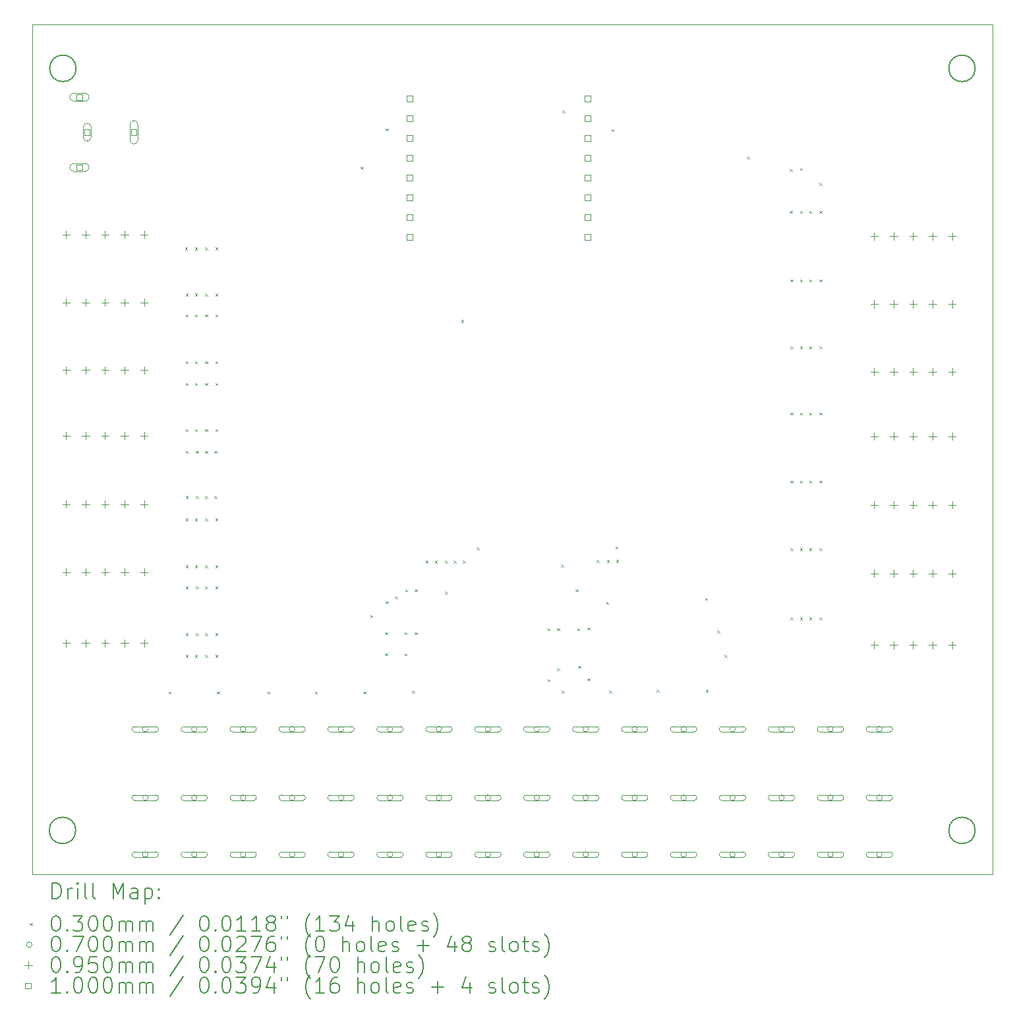
<source format=gbr>
%TF.GenerationSoftware,KiCad,Pcbnew,8.0.5*%
%TF.CreationDate,2024-12-18T14:45:40+08:00*%
%TF.ProjectId,hardware,68617264-7761-4726-952e-6b696361645f,rev?*%
%TF.SameCoordinates,Original*%
%TF.FileFunction,Drillmap*%
%TF.FilePolarity,Positive*%
%FSLAX45Y45*%
G04 Gerber Fmt 4.5, Leading zero omitted, Abs format (unit mm)*
G04 Created by KiCad (PCBNEW 8.0.5) date 2024-12-18 14:45:40*
%MOMM*%
%LPD*%
G01*
G04 APERTURE LIST*
%ADD10C,0.050000*%
%ADD11C,0.200000*%
%ADD12C,0.100000*%
G04 APERTURE END LIST*
D10*
X15793362Y-4348903D02*
X28115000Y-4348903D01*
X28134000Y-15229841D02*
X28134000Y-15260159D01*
X15793362Y-15260318D02*
X15793362Y-4348903D01*
D11*
X16352260Y-14700000D02*
G75*
G02*
X16012260Y-14700000I-170000J0D01*
G01*
X16012260Y-14700000D02*
G75*
G02*
X16352260Y-14700000I170000J0D01*
G01*
X27907260Y-4915000D02*
G75*
G02*
X27567260Y-4915000I-170000J0D01*
G01*
X27567260Y-4915000D02*
G75*
G02*
X27907260Y-4915000I170000J0D01*
G01*
X16357260Y-4915000D02*
G75*
G02*
X16017260Y-4915000I-170000J0D01*
G01*
X16017260Y-4915000D02*
G75*
G02*
X16357260Y-4915000I170000J0D01*
G01*
D10*
X28134000Y-15229841D02*
X28134000Y-4348743D01*
X28134000Y-4348743D02*
X28127260Y-4348743D01*
X28127260Y-4348903D02*
X28115000Y-4348903D01*
D11*
X27907260Y-14700000D02*
G75*
G02*
X27567260Y-14700000I-170000J0D01*
G01*
X27567260Y-14700000D02*
G75*
G02*
X27907260Y-14700000I170000J0D01*
G01*
D10*
X15793362Y-15260318D02*
X28134000Y-15260318D01*
D11*
D12*
X17545000Y-12915000D02*
X17575000Y-12945000D01*
X17575000Y-12915000D02*
X17545000Y-12945000D01*
X17755000Y-7215000D02*
X17785000Y-7245000D01*
X17785000Y-7215000D02*
X17755000Y-7245000D01*
X17765000Y-7805000D02*
X17795000Y-7835000D01*
X17795000Y-7805000D02*
X17765000Y-7835000D01*
X17765000Y-8075000D02*
X17795000Y-8105000D01*
X17795000Y-8075000D02*
X17765000Y-8105000D01*
X17765000Y-8675000D02*
X17795000Y-8705000D01*
X17795000Y-8675000D02*
X17765000Y-8705000D01*
X17765000Y-8955000D02*
X17795000Y-8985000D01*
X17795000Y-8955000D02*
X17765000Y-8985000D01*
X17765000Y-9545000D02*
X17795000Y-9575000D01*
X17795000Y-9545000D02*
X17765000Y-9575000D01*
X17765000Y-9825000D02*
X17795000Y-9855000D01*
X17795000Y-9825000D02*
X17765000Y-9855000D01*
X17765000Y-10405000D02*
X17795000Y-10435000D01*
X17795000Y-10405000D02*
X17765000Y-10435000D01*
X17765000Y-10695000D02*
X17795000Y-10725000D01*
X17795000Y-10695000D02*
X17765000Y-10725000D01*
X17765000Y-11295000D02*
X17795000Y-11325000D01*
X17795000Y-11295000D02*
X17765000Y-11325000D01*
X17765000Y-11565000D02*
X17795000Y-11595000D01*
X17795000Y-11565000D02*
X17765000Y-11595000D01*
X17765000Y-12165000D02*
X17795000Y-12195000D01*
X17795000Y-12165000D02*
X17765000Y-12195000D01*
X17765000Y-12445000D02*
X17795000Y-12475000D01*
X17795000Y-12445000D02*
X17765000Y-12475000D01*
X17885000Y-7215000D02*
X17915000Y-7245000D01*
X17915000Y-7215000D02*
X17885000Y-7245000D01*
X17885000Y-7805000D02*
X17915000Y-7835000D01*
X17915000Y-7805000D02*
X17885000Y-7835000D01*
X17885000Y-8075000D02*
X17915000Y-8105000D01*
X17915000Y-8075000D02*
X17885000Y-8105000D01*
X17885000Y-8675000D02*
X17915000Y-8705000D01*
X17915000Y-8675000D02*
X17885000Y-8705000D01*
X17885000Y-8955000D02*
X17915000Y-8985000D01*
X17915000Y-8955000D02*
X17885000Y-8985000D01*
X17885000Y-9545000D02*
X17915000Y-9575000D01*
X17915000Y-9545000D02*
X17885000Y-9575000D01*
X17885000Y-10695000D02*
X17915000Y-10725000D01*
X17915000Y-10695000D02*
X17885000Y-10725000D01*
X17885000Y-11295000D02*
X17915000Y-11325000D01*
X17915000Y-11295000D02*
X17885000Y-11325000D01*
X17885000Y-12445000D02*
X17915000Y-12475000D01*
X17915000Y-12445000D02*
X17885000Y-12475000D01*
X17895000Y-9825000D02*
X17925000Y-9855000D01*
X17925000Y-9825000D02*
X17895000Y-9855000D01*
X17895000Y-10405000D02*
X17925000Y-10435000D01*
X17925000Y-10405000D02*
X17895000Y-10435000D01*
X17895000Y-11565000D02*
X17925000Y-11595000D01*
X17925000Y-11565000D02*
X17895000Y-11595000D01*
X17895000Y-12165000D02*
X17925000Y-12195000D01*
X17925000Y-12165000D02*
X17895000Y-12195000D01*
X18015000Y-7215000D02*
X18045000Y-7245000D01*
X18045000Y-7215000D02*
X18015000Y-7245000D01*
X18015000Y-7805000D02*
X18045000Y-7835000D01*
X18045000Y-7805000D02*
X18015000Y-7835000D01*
X18015000Y-8075000D02*
X18045000Y-8105000D01*
X18045000Y-8075000D02*
X18015000Y-8105000D01*
X18015000Y-8675000D02*
X18045000Y-8705000D01*
X18045000Y-8675000D02*
X18015000Y-8705000D01*
X18015000Y-8955000D02*
X18045000Y-8985000D01*
X18045000Y-8955000D02*
X18015000Y-8985000D01*
X18015000Y-9545000D02*
X18045000Y-9575000D01*
X18045000Y-9545000D02*
X18015000Y-9575000D01*
X18015000Y-9825000D02*
X18045000Y-9855000D01*
X18045000Y-9825000D02*
X18015000Y-9855000D01*
X18015000Y-10405000D02*
X18045000Y-10435000D01*
X18045000Y-10405000D02*
X18015000Y-10435000D01*
X18015000Y-10695000D02*
X18045000Y-10725000D01*
X18045000Y-10695000D02*
X18015000Y-10725000D01*
X18015000Y-11295000D02*
X18045000Y-11325000D01*
X18045000Y-11295000D02*
X18015000Y-11325000D01*
X18015000Y-11565000D02*
X18045000Y-11595000D01*
X18045000Y-11565000D02*
X18015000Y-11595000D01*
X18015000Y-12165000D02*
X18045000Y-12195000D01*
X18045000Y-12165000D02*
X18015000Y-12195000D01*
X18015000Y-12445000D02*
X18045000Y-12475000D01*
X18045000Y-12445000D02*
X18015000Y-12475000D01*
X18135000Y-9825000D02*
X18165000Y-9855000D01*
X18165000Y-9825000D02*
X18135000Y-9855000D01*
X18135000Y-10405000D02*
X18165000Y-10435000D01*
X18165000Y-10405000D02*
X18135000Y-10435000D01*
X18145000Y-7215000D02*
X18175000Y-7245000D01*
X18175000Y-7215000D02*
X18145000Y-7245000D01*
X18145000Y-7805000D02*
X18175000Y-7835000D01*
X18175000Y-7805000D02*
X18145000Y-7835000D01*
X18145000Y-8075000D02*
X18175000Y-8105000D01*
X18175000Y-8075000D02*
X18145000Y-8105000D01*
X18145000Y-8675000D02*
X18175000Y-8705000D01*
X18175000Y-8675000D02*
X18145000Y-8705000D01*
X18145000Y-8955000D02*
X18175000Y-8985000D01*
X18175000Y-8955000D02*
X18145000Y-8985000D01*
X18145000Y-9545000D02*
X18175000Y-9575000D01*
X18175000Y-9545000D02*
X18145000Y-9575000D01*
X18145000Y-10695000D02*
X18175000Y-10725000D01*
X18175000Y-10695000D02*
X18145000Y-10725000D01*
X18145000Y-11295000D02*
X18175000Y-11325000D01*
X18175000Y-11295000D02*
X18145000Y-11325000D01*
X18145000Y-11565000D02*
X18175000Y-11595000D01*
X18175000Y-11565000D02*
X18145000Y-11595000D01*
X18145000Y-12165000D02*
X18175000Y-12195000D01*
X18175000Y-12165000D02*
X18145000Y-12195000D01*
X18145000Y-12445000D02*
X18175000Y-12475000D01*
X18175000Y-12445000D02*
X18145000Y-12475000D01*
X18165000Y-12915000D02*
X18195000Y-12945000D01*
X18195000Y-12915000D02*
X18165000Y-12945000D01*
X18815000Y-12915000D02*
X18845000Y-12945000D01*
X18845000Y-12915000D02*
X18815000Y-12945000D01*
X19425000Y-12915000D02*
X19455000Y-12945000D01*
X19455000Y-12915000D02*
X19425000Y-12945000D01*
X20015000Y-6175000D02*
X20045000Y-6205000D01*
X20045000Y-6175000D02*
X20015000Y-6205000D01*
X20045000Y-12915000D02*
X20075000Y-12945000D01*
X20075000Y-12915000D02*
X20045000Y-12945000D01*
X20135000Y-11935000D02*
X20165000Y-11965000D01*
X20165000Y-11935000D02*
X20135000Y-11965000D01*
X20325000Y-12155000D02*
X20355000Y-12185000D01*
X20355000Y-12155000D02*
X20325000Y-12185000D01*
X20325000Y-12425000D02*
X20355000Y-12455000D01*
X20355000Y-12425000D02*
X20325000Y-12455000D01*
X20335000Y-5685000D02*
X20365000Y-5715000D01*
X20365000Y-5685000D02*
X20335000Y-5715000D01*
X20335000Y-11755000D02*
X20365000Y-11785000D01*
X20365000Y-11755000D02*
X20335000Y-11785000D01*
X20455000Y-11695000D02*
X20485000Y-11725000D01*
X20485000Y-11695000D02*
X20455000Y-11725000D01*
X20575000Y-12155000D02*
X20605000Y-12185000D01*
X20605000Y-12155000D02*
X20575000Y-12185000D01*
X20575000Y-12425000D02*
X20605000Y-12455000D01*
X20605000Y-12425000D02*
X20575000Y-12455000D01*
X20585000Y-11605000D02*
X20615000Y-11635000D01*
X20615000Y-11605000D02*
X20585000Y-11635000D01*
X20675000Y-12905000D02*
X20705000Y-12935000D01*
X20705000Y-12905000D02*
X20675000Y-12935000D01*
X20705000Y-11605000D02*
X20735000Y-11635000D01*
X20735000Y-11605000D02*
X20705000Y-11635000D01*
X20705000Y-12155000D02*
X20735000Y-12185000D01*
X20735000Y-12155000D02*
X20705000Y-12185000D01*
X20845000Y-11235000D02*
X20875000Y-11265000D01*
X20875000Y-11235000D02*
X20845000Y-11265000D01*
X20965000Y-11235000D02*
X20995000Y-11265000D01*
X20995000Y-11235000D02*
X20965000Y-11265000D01*
X21095000Y-11235000D02*
X21125000Y-11265000D01*
X21125000Y-11235000D02*
X21095000Y-11265000D01*
X21095000Y-11635000D02*
X21125000Y-11665000D01*
X21125000Y-11635000D02*
X21095000Y-11665000D01*
X21205000Y-11235000D02*
X21235000Y-11265000D01*
X21235000Y-11235000D02*
X21205000Y-11265000D01*
X21305000Y-8145000D02*
X21335000Y-8175000D01*
X21335000Y-8145000D02*
X21305000Y-8175000D01*
X21325000Y-11235000D02*
X21355000Y-11265000D01*
X21355000Y-11235000D02*
X21325000Y-11265000D01*
X21505000Y-11065000D02*
X21535000Y-11095000D01*
X21535000Y-11065000D02*
X21505000Y-11095000D01*
X22415000Y-12105000D02*
X22445000Y-12135000D01*
X22445000Y-12105000D02*
X22415000Y-12135000D01*
X22415000Y-12755000D02*
X22445000Y-12785000D01*
X22445000Y-12755000D02*
X22415000Y-12785000D01*
X22535000Y-12105000D02*
X22565000Y-12135000D01*
X22565000Y-12105000D02*
X22535000Y-12135000D01*
X22535000Y-12615000D02*
X22565000Y-12645000D01*
X22565000Y-12615000D02*
X22535000Y-12645000D01*
X22585000Y-11285000D02*
X22615000Y-11315000D01*
X22615000Y-11285000D02*
X22585000Y-11315000D01*
X22595000Y-12905000D02*
X22625000Y-12935000D01*
X22625000Y-12905000D02*
X22595000Y-12935000D01*
X22605000Y-5455000D02*
X22635000Y-5485000D01*
X22635000Y-5455000D02*
X22605000Y-5485000D01*
X22775000Y-11605000D02*
X22805000Y-11635000D01*
X22805000Y-11605000D02*
X22775000Y-11635000D01*
X22795000Y-12105000D02*
X22825000Y-12135000D01*
X22825000Y-12105000D02*
X22795000Y-12135000D01*
X22805000Y-12585000D02*
X22835000Y-12615000D01*
X22835000Y-12585000D02*
X22805000Y-12615000D01*
X22925000Y-12095000D02*
X22955000Y-12125000D01*
X22955000Y-12095000D02*
X22925000Y-12125000D01*
X22925000Y-12745000D02*
X22955000Y-12775000D01*
X22955000Y-12745000D02*
X22925000Y-12775000D01*
X23045000Y-11225000D02*
X23075000Y-11255000D01*
X23075000Y-11225000D02*
X23045000Y-11255000D01*
X23165000Y-11765000D02*
X23195000Y-11795000D01*
X23195000Y-11765000D02*
X23165000Y-11795000D01*
X23175000Y-11225000D02*
X23205000Y-11255000D01*
X23205000Y-11225000D02*
X23175000Y-11255000D01*
X23205000Y-12905000D02*
X23235000Y-12935000D01*
X23235000Y-12905000D02*
X23205000Y-12935000D01*
X23235000Y-5695000D02*
X23265000Y-5725000D01*
X23265000Y-5695000D02*
X23235000Y-5725000D01*
X23285000Y-11055000D02*
X23315000Y-11085000D01*
X23315000Y-11055000D02*
X23285000Y-11085000D01*
X23295000Y-11225000D02*
X23325000Y-11255000D01*
X23325000Y-11225000D02*
X23295000Y-11255000D01*
X23815000Y-12895000D02*
X23845000Y-12925000D01*
X23845000Y-12895000D02*
X23815000Y-12925000D01*
X24435000Y-11715000D02*
X24465000Y-11745000D01*
X24465000Y-11715000D02*
X24435000Y-11745000D01*
X24445000Y-12895000D02*
X24475000Y-12925000D01*
X24475000Y-12895000D02*
X24445000Y-12925000D01*
X24595000Y-12135000D02*
X24625000Y-12165000D01*
X24625000Y-12135000D02*
X24595000Y-12165000D01*
X24685000Y-12445000D02*
X24715000Y-12475000D01*
X24715000Y-12445000D02*
X24685000Y-12475000D01*
X24975000Y-6045000D02*
X25005000Y-6075000D01*
X25005000Y-6045000D02*
X24975000Y-6075000D01*
X25525000Y-6205000D02*
X25555000Y-6235000D01*
X25555000Y-6205000D02*
X25525000Y-6235000D01*
X25525000Y-6745000D02*
X25555000Y-6775000D01*
X25555000Y-6745000D02*
X25525000Y-6775000D01*
X25535000Y-7625000D02*
X25565000Y-7655000D01*
X25565000Y-7625000D02*
X25535000Y-7655000D01*
X25535000Y-8485000D02*
X25565000Y-8515000D01*
X25565000Y-8485000D02*
X25535000Y-8515000D01*
X25535000Y-9335000D02*
X25565000Y-9365000D01*
X25565000Y-9335000D02*
X25535000Y-9365000D01*
X25535000Y-10205000D02*
X25565000Y-10235000D01*
X25565000Y-10205000D02*
X25535000Y-10235000D01*
X25535000Y-11075000D02*
X25565000Y-11105000D01*
X25565000Y-11075000D02*
X25535000Y-11105000D01*
X25535000Y-11965000D02*
X25565000Y-11995000D01*
X25565000Y-11965000D02*
X25535000Y-11995000D01*
X25655000Y-6195000D02*
X25685000Y-6225000D01*
X25685000Y-6195000D02*
X25655000Y-6225000D01*
X25655000Y-6745000D02*
X25685000Y-6775000D01*
X25685000Y-6745000D02*
X25655000Y-6775000D01*
X25655000Y-7625000D02*
X25685000Y-7655000D01*
X25685000Y-7625000D02*
X25655000Y-7655000D01*
X25655000Y-8485000D02*
X25685000Y-8515000D01*
X25685000Y-8485000D02*
X25655000Y-8515000D01*
X25655000Y-9335000D02*
X25685000Y-9365000D01*
X25685000Y-9335000D02*
X25655000Y-9365000D01*
X25655000Y-10205000D02*
X25685000Y-10235000D01*
X25685000Y-10205000D02*
X25655000Y-10235000D01*
X25655000Y-11075000D02*
X25685000Y-11105000D01*
X25685000Y-11075000D02*
X25655000Y-11105000D01*
X25655000Y-11965000D02*
X25685000Y-11995000D01*
X25685000Y-11965000D02*
X25655000Y-11995000D01*
X25775000Y-6745000D02*
X25805000Y-6775000D01*
X25805000Y-6745000D02*
X25775000Y-6775000D01*
X25775000Y-7625000D02*
X25805000Y-7655000D01*
X25805000Y-7625000D02*
X25775000Y-7655000D01*
X25775000Y-8485000D02*
X25805000Y-8515000D01*
X25805000Y-8485000D02*
X25775000Y-8515000D01*
X25775000Y-9335000D02*
X25805000Y-9365000D01*
X25805000Y-9335000D02*
X25775000Y-9365000D01*
X25775000Y-10205000D02*
X25805000Y-10235000D01*
X25805000Y-10205000D02*
X25775000Y-10235000D01*
X25775000Y-11075000D02*
X25805000Y-11105000D01*
X25805000Y-11075000D02*
X25775000Y-11105000D01*
X25775000Y-11965000D02*
X25805000Y-11995000D01*
X25805000Y-11965000D02*
X25775000Y-11995000D01*
X25905000Y-6385000D02*
X25935000Y-6415000D01*
X25935000Y-6385000D02*
X25905000Y-6415000D01*
X25905000Y-6745000D02*
X25935000Y-6775000D01*
X25935000Y-6745000D02*
X25905000Y-6775000D01*
X25905000Y-7625000D02*
X25935000Y-7655000D01*
X25935000Y-7625000D02*
X25905000Y-7655000D01*
X25905000Y-8485000D02*
X25935000Y-8515000D01*
X25935000Y-8485000D02*
X25905000Y-8515000D01*
X25905000Y-9335000D02*
X25935000Y-9365000D01*
X25935000Y-9335000D02*
X25905000Y-9365000D01*
X25905000Y-10205000D02*
X25935000Y-10235000D01*
X25935000Y-10205000D02*
X25905000Y-10235000D01*
X25905000Y-11075000D02*
X25935000Y-11105000D01*
X25935000Y-11075000D02*
X25905000Y-11105000D01*
X25905000Y-11965000D02*
X25935000Y-11995000D01*
X25935000Y-11965000D02*
X25905000Y-11995000D01*
X17281001Y-13400000D02*
G75*
G02*
X17211001Y-13400000I-35000J0D01*
G01*
X17211001Y-13400000D02*
G75*
G02*
X17281001Y-13400000I35000J0D01*
G01*
X17381001Y-13365000D02*
X17111001Y-13365000D01*
X17111001Y-13435000D02*
G75*
G02*
X17111001Y-13365000I0J35000D01*
G01*
X17111001Y-13435000D02*
X17381001Y-13435000D01*
X17381001Y-13435000D02*
G75*
G03*
X17381001Y-13365000I0J35000D01*
G01*
X17281001Y-14280000D02*
G75*
G02*
X17211001Y-14280000I-35000J0D01*
G01*
X17211001Y-14280000D02*
G75*
G02*
X17281001Y-14280000I35000J0D01*
G01*
X17381001Y-14245000D02*
X17111001Y-14245000D01*
X17111001Y-14315000D02*
G75*
G02*
X17111001Y-14245000I0J35000D01*
G01*
X17111001Y-14315000D02*
X17381001Y-14315000D01*
X17381001Y-14315000D02*
G75*
G03*
X17381001Y-14245000I0J35000D01*
G01*
X17281001Y-15010000D02*
G75*
G02*
X17211001Y-15010000I-35000J0D01*
G01*
X17211001Y-15010000D02*
G75*
G02*
X17281001Y-15010000I35000J0D01*
G01*
X17381001Y-14975000D02*
X17111001Y-14975000D01*
X17111001Y-15045000D02*
G75*
G02*
X17111001Y-14975000I0J35000D01*
G01*
X17111001Y-15045000D02*
X17381001Y-15045000D01*
X17381001Y-15045000D02*
G75*
G03*
X17381001Y-14975000I0J35000D01*
G01*
X17909668Y-13400000D02*
G75*
G02*
X17839668Y-13400000I-35000J0D01*
G01*
X17839668Y-13400000D02*
G75*
G02*
X17909668Y-13400000I35000J0D01*
G01*
X18009668Y-13365000D02*
X17739668Y-13365000D01*
X17739668Y-13435000D02*
G75*
G02*
X17739668Y-13365000I0J35000D01*
G01*
X17739668Y-13435000D02*
X18009668Y-13435000D01*
X18009668Y-13435000D02*
G75*
G03*
X18009668Y-13365000I0J35000D01*
G01*
X17909668Y-14280000D02*
G75*
G02*
X17839668Y-14280000I-35000J0D01*
G01*
X17839668Y-14280000D02*
G75*
G02*
X17909668Y-14280000I35000J0D01*
G01*
X18009668Y-14245000D02*
X17739668Y-14245000D01*
X17739668Y-14315000D02*
G75*
G02*
X17739668Y-14245000I0J35000D01*
G01*
X17739668Y-14315000D02*
X18009668Y-14315000D01*
X18009668Y-14315000D02*
G75*
G03*
X18009668Y-14245000I0J35000D01*
G01*
X17909668Y-15010000D02*
G75*
G02*
X17839668Y-15010000I-35000J0D01*
G01*
X17839668Y-15010000D02*
G75*
G02*
X17909668Y-15010000I35000J0D01*
G01*
X18009668Y-14975000D02*
X17739668Y-14975000D01*
X17739668Y-15045000D02*
G75*
G02*
X17739668Y-14975000I0J35000D01*
G01*
X17739668Y-15045000D02*
X18009668Y-15045000D01*
X18009668Y-15045000D02*
G75*
G03*
X18009668Y-14975000I0J35000D01*
G01*
X18538334Y-13400000D02*
G75*
G02*
X18468334Y-13400000I-35000J0D01*
G01*
X18468334Y-13400000D02*
G75*
G02*
X18538334Y-13400000I35000J0D01*
G01*
X18638334Y-13365000D02*
X18368334Y-13365000D01*
X18368334Y-13435000D02*
G75*
G02*
X18368334Y-13365000I0J35000D01*
G01*
X18368334Y-13435000D02*
X18638334Y-13435000D01*
X18638334Y-13435000D02*
G75*
G03*
X18638334Y-13365000I0J35000D01*
G01*
X18538334Y-14280000D02*
G75*
G02*
X18468334Y-14280000I-35000J0D01*
G01*
X18468334Y-14280000D02*
G75*
G02*
X18538334Y-14280000I35000J0D01*
G01*
X18638334Y-14245000D02*
X18368334Y-14245000D01*
X18368334Y-14315000D02*
G75*
G02*
X18368334Y-14245000I0J35000D01*
G01*
X18368334Y-14315000D02*
X18638334Y-14315000D01*
X18638334Y-14315000D02*
G75*
G03*
X18638334Y-14245000I0J35000D01*
G01*
X18538334Y-15010000D02*
G75*
G02*
X18468334Y-15010000I-35000J0D01*
G01*
X18468334Y-15010000D02*
G75*
G02*
X18538334Y-15010000I35000J0D01*
G01*
X18638334Y-14975000D02*
X18368334Y-14975000D01*
X18368334Y-15045000D02*
G75*
G02*
X18368334Y-14975000I0J35000D01*
G01*
X18368334Y-15045000D02*
X18638334Y-15045000D01*
X18638334Y-15045000D02*
G75*
G03*
X18638334Y-14975000I0J35000D01*
G01*
X19167001Y-13400000D02*
G75*
G02*
X19097001Y-13400000I-35000J0D01*
G01*
X19097001Y-13400000D02*
G75*
G02*
X19167001Y-13400000I35000J0D01*
G01*
X19267001Y-13365000D02*
X18997001Y-13365000D01*
X18997001Y-13435000D02*
G75*
G02*
X18997001Y-13365000I0J35000D01*
G01*
X18997001Y-13435000D02*
X19267001Y-13435000D01*
X19267001Y-13435000D02*
G75*
G03*
X19267001Y-13365000I0J35000D01*
G01*
X19167001Y-14280000D02*
G75*
G02*
X19097001Y-14280000I-35000J0D01*
G01*
X19097001Y-14280000D02*
G75*
G02*
X19167001Y-14280000I35000J0D01*
G01*
X19267001Y-14245000D02*
X18997001Y-14245000D01*
X18997001Y-14315000D02*
G75*
G02*
X18997001Y-14245000I0J35000D01*
G01*
X18997001Y-14315000D02*
X19267001Y-14315000D01*
X19267001Y-14315000D02*
G75*
G03*
X19267001Y-14245000I0J35000D01*
G01*
X19167001Y-15010000D02*
G75*
G02*
X19097001Y-15010000I-35000J0D01*
G01*
X19097001Y-15010000D02*
G75*
G02*
X19167001Y-15010000I35000J0D01*
G01*
X19267001Y-14975000D02*
X18997001Y-14975000D01*
X18997001Y-15045000D02*
G75*
G02*
X18997001Y-14975000I0J35000D01*
G01*
X18997001Y-15045000D02*
X19267001Y-15045000D01*
X19267001Y-15045000D02*
G75*
G03*
X19267001Y-14975000I0J35000D01*
G01*
X19795667Y-13400000D02*
G75*
G02*
X19725667Y-13400000I-35000J0D01*
G01*
X19725667Y-13400000D02*
G75*
G02*
X19795667Y-13400000I35000J0D01*
G01*
X19895667Y-13365000D02*
X19625667Y-13365000D01*
X19625667Y-13435000D02*
G75*
G02*
X19625667Y-13365000I0J35000D01*
G01*
X19625667Y-13435000D02*
X19895667Y-13435000D01*
X19895667Y-13435000D02*
G75*
G03*
X19895667Y-13365000I0J35000D01*
G01*
X19795667Y-14280000D02*
G75*
G02*
X19725667Y-14280000I-35000J0D01*
G01*
X19725667Y-14280000D02*
G75*
G02*
X19795667Y-14280000I35000J0D01*
G01*
X19895667Y-14245000D02*
X19625667Y-14245000D01*
X19625667Y-14315000D02*
G75*
G02*
X19625667Y-14245000I0J35000D01*
G01*
X19625667Y-14315000D02*
X19895667Y-14315000D01*
X19895667Y-14315000D02*
G75*
G03*
X19895667Y-14245000I0J35000D01*
G01*
X19795667Y-15010000D02*
G75*
G02*
X19725667Y-15010000I-35000J0D01*
G01*
X19725667Y-15010000D02*
G75*
G02*
X19795667Y-15010000I35000J0D01*
G01*
X19895667Y-14975000D02*
X19625667Y-14975000D01*
X19625667Y-15045000D02*
G75*
G02*
X19625667Y-14975000I0J35000D01*
G01*
X19625667Y-15045000D02*
X19895667Y-15045000D01*
X19895667Y-15045000D02*
G75*
G03*
X19895667Y-14975000I0J35000D01*
G01*
X20424334Y-13400000D02*
G75*
G02*
X20354334Y-13400000I-35000J0D01*
G01*
X20354334Y-13400000D02*
G75*
G02*
X20424334Y-13400000I35000J0D01*
G01*
X20524334Y-13365000D02*
X20254334Y-13365000D01*
X20254334Y-13435000D02*
G75*
G02*
X20254334Y-13365000I0J35000D01*
G01*
X20254334Y-13435000D02*
X20524334Y-13435000D01*
X20524334Y-13435000D02*
G75*
G03*
X20524334Y-13365000I0J35000D01*
G01*
X20424334Y-14280000D02*
G75*
G02*
X20354334Y-14280000I-35000J0D01*
G01*
X20354334Y-14280000D02*
G75*
G02*
X20424334Y-14280000I35000J0D01*
G01*
X20524334Y-14245000D02*
X20254334Y-14245000D01*
X20254334Y-14315000D02*
G75*
G02*
X20254334Y-14245000I0J35000D01*
G01*
X20254334Y-14315000D02*
X20524334Y-14315000D01*
X20524334Y-14315000D02*
G75*
G03*
X20524334Y-14245000I0J35000D01*
G01*
X20424334Y-15010000D02*
G75*
G02*
X20354334Y-15010000I-35000J0D01*
G01*
X20354334Y-15010000D02*
G75*
G02*
X20424334Y-15010000I35000J0D01*
G01*
X20524334Y-14975000D02*
X20254334Y-14975000D01*
X20254334Y-15045000D02*
G75*
G02*
X20254334Y-14975000I0J35000D01*
G01*
X20254334Y-15045000D02*
X20524334Y-15045000D01*
X20524334Y-15045000D02*
G75*
G03*
X20524334Y-14975000I0J35000D01*
G01*
X21053001Y-13400000D02*
G75*
G02*
X20983001Y-13400000I-35000J0D01*
G01*
X20983001Y-13400000D02*
G75*
G02*
X21053001Y-13400000I35000J0D01*
G01*
X21153001Y-13365000D02*
X20883001Y-13365000D01*
X20883001Y-13435000D02*
G75*
G02*
X20883001Y-13365000I0J35000D01*
G01*
X20883001Y-13435000D02*
X21153001Y-13435000D01*
X21153001Y-13435000D02*
G75*
G03*
X21153001Y-13365000I0J35000D01*
G01*
X21053001Y-14280000D02*
G75*
G02*
X20983001Y-14280000I-35000J0D01*
G01*
X20983001Y-14280000D02*
G75*
G02*
X21053001Y-14280000I35000J0D01*
G01*
X21153001Y-14245000D02*
X20883001Y-14245000D01*
X20883001Y-14315000D02*
G75*
G02*
X20883001Y-14245000I0J35000D01*
G01*
X20883001Y-14315000D02*
X21153001Y-14315000D01*
X21153001Y-14315000D02*
G75*
G03*
X21153001Y-14245000I0J35000D01*
G01*
X21053001Y-15010000D02*
G75*
G02*
X20983001Y-15010000I-35000J0D01*
G01*
X20983001Y-15010000D02*
G75*
G02*
X21053001Y-15010000I35000J0D01*
G01*
X21153001Y-14975000D02*
X20883001Y-14975000D01*
X20883001Y-15045000D02*
G75*
G02*
X20883001Y-14975000I0J35000D01*
G01*
X20883001Y-15045000D02*
X21153001Y-15045000D01*
X21153001Y-15045000D02*
G75*
G03*
X21153001Y-14975000I0J35000D01*
G01*
X21681667Y-13400000D02*
G75*
G02*
X21611667Y-13400000I-35000J0D01*
G01*
X21611667Y-13400000D02*
G75*
G02*
X21681667Y-13400000I35000J0D01*
G01*
X21781667Y-13365000D02*
X21511667Y-13365000D01*
X21511667Y-13435000D02*
G75*
G02*
X21511667Y-13365000I0J35000D01*
G01*
X21511667Y-13435000D02*
X21781667Y-13435000D01*
X21781667Y-13435000D02*
G75*
G03*
X21781667Y-13365000I0J35000D01*
G01*
X21681667Y-14280000D02*
G75*
G02*
X21611667Y-14280000I-35000J0D01*
G01*
X21611667Y-14280000D02*
G75*
G02*
X21681667Y-14280000I35000J0D01*
G01*
X21781667Y-14245000D02*
X21511667Y-14245000D01*
X21511667Y-14315000D02*
G75*
G02*
X21511667Y-14245000I0J35000D01*
G01*
X21511667Y-14315000D02*
X21781667Y-14315000D01*
X21781667Y-14315000D02*
G75*
G03*
X21781667Y-14245000I0J35000D01*
G01*
X21681667Y-15010000D02*
G75*
G02*
X21611667Y-15010000I-35000J0D01*
G01*
X21611667Y-15010000D02*
G75*
G02*
X21681667Y-15010000I35000J0D01*
G01*
X21781667Y-14975000D02*
X21511667Y-14975000D01*
X21511667Y-15045000D02*
G75*
G02*
X21511667Y-14975000I0J35000D01*
G01*
X21511667Y-15045000D02*
X21781667Y-15045000D01*
X21781667Y-15045000D02*
G75*
G03*
X21781667Y-14975000I0J35000D01*
G01*
X22310334Y-13400000D02*
G75*
G02*
X22240334Y-13400000I-35000J0D01*
G01*
X22240334Y-13400000D02*
G75*
G02*
X22310334Y-13400000I35000J0D01*
G01*
X22410334Y-13365000D02*
X22140334Y-13365000D01*
X22140334Y-13435000D02*
G75*
G02*
X22140334Y-13365000I0J35000D01*
G01*
X22140334Y-13435000D02*
X22410334Y-13435000D01*
X22410334Y-13435000D02*
G75*
G03*
X22410334Y-13365000I0J35000D01*
G01*
X22310334Y-14280000D02*
G75*
G02*
X22240334Y-14280000I-35000J0D01*
G01*
X22240334Y-14280000D02*
G75*
G02*
X22310334Y-14280000I35000J0D01*
G01*
X22410334Y-14245000D02*
X22140334Y-14245000D01*
X22140334Y-14315000D02*
G75*
G02*
X22140334Y-14245000I0J35000D01*
G01*
X22140334Y-14315000D02*
X22410334Y-14315000D01*
X22410334Y-14315000D02*
G75*
G03*
X22410334Y-14245000I0J35000D01*
G01*
X22310334Y-15010000D02*
G75*
G02*
X22240334Y-15010000I-35000J0D01*
G01*
X22240334Y-15010000D02*
G75*
G02*
X22310334Y-15010000I35000J0D01*
G01*
X22410334Y-14975000D02*
X22140334Y-14975000D01*
X22140334Y-15045000D02*
G75*
G02*
X22140334Y-14975000I0J35000D01*
G01*
X22140334Y-15045000D02*
X22410334Y-15045000D01*
X22410334Y-15045000D02*
G75*
G03*
X22410334Y-14975000I0J35000D01*
G01*
X22939000Y-13400000D02*
G75*
G02*
X22869000Y-13400000I-35000J0D01*
G01*
X22869000Y-13400000D02*
G75*
G02*
X22939000Y-13400000I35000J0D01*
G01*
X23039000Y-13365000D02*
X22769000Y-13365000D01*
X22769000Y-13435000D02*
G75*
G02*
X22769000Y-13365000I0J35000D01*
G01*
X22769000Y-13435000D02*
X23039000Y-13435000D01*
X23039000Y-13435000D02*
G75*
G03*
X23039000Y-13365000I0J35000D01*
G01*
X22939000Y-14280000D02*
G75*
G02*
X22869000Y-14280000I-35000J0D01*
G01*
X22869000Y-14280000D02*
G75*
G02*
X22939000Y-14280000I35000J0D01*
G01*
X23039000Y-14245000D02*
X22769000Y-14245000D01*
X22769000Y-14315000D02*
G75*
G02*
X22769000Y-14245000I0J35000D01*
G01*
X22769000Y-14315000D02*
X23039000Y-14315000D01*
X23039000Y-14315000D02*
G75*
G03*
X23039000Y-14245000I0J35000D01*
G01*
X22939000Y-15010000D02*
G75*
G02*
X22869000Y-15010000I-35000J0D01*
G01*
X22869000Y-15010000D02*
G75*
G02*
X22939000Y-15010000I35000J0D01*
G01*
X23039000Y-14975000D02*
X22769000Y-14975000D01*
X22769000Y-15045000D02*
G75*
G02*
X22769000Y-14975000I0J35000D01*
G01*
X22769000Y-15045000D02*
X23039000Y-15045000D01*
X23039000Y-15045000D02*
G75*
G03*
X23039000Y-14975000I0J35000D01*
G01*
X23567667Y-13400000D02*
G75*
G02*
X23497667Y-13400000I-35000J0D01*
G01*
X23497667Y-13400000D02*
G75*
G02*
X23567667Y-13400000I35000J0D01*
G01*
X23667667Y-13365000D02*
X23397667Y-13365000D01*
X23397667Y-13435000D02*
G75*
G02*
X23397667Y-13365000I0J35000D01*
G01*
X23397667Y-13435000D02*
X23667667Y-13435000D01*
X23667667Y-13435000D02*
G75*
G03*
X23667667Y-13365000I0J35000D01*
G01*
X23567667Y-14280000D02*
G75*
G02*
X23497667Y-14280000I-35000J0D01*
G01*
X23497667Y-14280000D02*
G75*
G02*
X23567667Y-14280000I35000J0D01*
G01*
X23667667Y-14245000D02*
X23397667Y-14245000D01*
X23397667Y-14315000D02*
G75*
G02*
X23397667Y-14245000I0J35000D01*
G01*
X23397667Y-14315000D02*
X23667667Y-14315000D01*
X23667667Y-14315000D02*
G75*
G03*
X23667667Y-14245000I0J35000D01*
G01*
X23567667Y-15010000D02*
G75*
G02*
X23497667Y-15010000I-35000J0D01*
G01*
X23497667Y-15010000D02*
G75*
G02*
X23567667Y-15010000I35000J0D01*
G01*
X23667667Y-14975000D02*
X23397667Y-14975000D01*
X23397667Y-15045000D02*
G75*
G02*
X23397667Y-14975000I0J35000D01*
G01*
X23397667Y-15045000D02*
X23667667Y-15045000D01*
X23667667Y-15045000D02*
G75*
G03*
X23667667Y-14975000I0J35000D01*
G01*
X24196334Y-13400000D02*
G75*
G02*
X24126334Y-13400000I-35000J0D01*
G01*
X24126334Y-13400000D02*
G75*
G02*
X24196334Y-13400000I35000J0D01*
G01*
X24296334Y-13365000D02*
X24026334Y-13365000D01*
X24026334Y-13435000D02*
G75*
G02*
X24026334Y-13365000I0J35000D01*
G01*
X24026334Y-13435000D02*
X24296334Y-13435000D01*
X24296334Y-13435000D02*
G75*
G03*
X24296334Y-13365000I0J35000D01*
G01*
X24196334Y-14280000D02*
G75*
G02*
X24126334Y-14280000I-35000J0D01*
G01*
X24126334Y-14280000D02*
G75*
G02*
X24196334Y-14280000I35000J0D01*
G01*
X24296334Y-14245000D02*
X24026334Y-14245000D01*
X24026334Y-14315000D02*
G75*
G02*
X24026334Y-14245000I0J35000D01*
G01*
X24026334Y-14315000D02*
X24296334Y-14315000D01*
X24296334Y-14315000D02*
G75*
G03*
X24296334Y-14245000I0J35000D01*
G01*
X24196334Y-15010000D02*
G75*
G02*
X24126334Y-15010000I-35000J0D01*
G01*
X24126334Y-15010000D02*
G75*
G02*
X24196334Y-15010000I35000J0D01*
G01*
X24296334Y-14975000D02*
X24026334Y-14975000D01*
X24026334Y-15045000D02*
G75*
G02*
X24026334Y-14975000I0J35000D01*
G01*
X24026334Y-15045000D02*
X24296334Y-15045000D01*
X24296334Y-15045000D02*
G75*
G03*
X24296334Y-14975000I0J35000D01*
G01*
X24825000Y-13400000D02*
G75*
G02*
X24755000Y-13400000I-35000J0D01*
G01*
X24755000Y-13400000D02*
G75*
G02*
X24825000Y-13400000I35000J0D01*
G01*
X24925000Y-13365000D02*
X24655000Y-13365000D01*
X24655000Y-13435000D02*
G75*
G02*
X24655000Y-13365000I0J35000D01*
G01*
X24655000Y-13435000D02*
X24925000Y-13435000D01*
X24925000Y-13435000D02*
G75*
G03*
X24925000Y-13365000I0J35000D01*
G01*
X24825000Y-14280000D02*
G75*
G02*
X24755000Y-14280000I-35000J0D01*
G01*
X24755000Y-14280000D02*
G75*
G02*
X24825000Y-14280000I35000J0D01*
G01*
X24925000Y-14245000D02*
X24655000Y-14245000D01*
X24655000Y-14315000D02*
G75*
G02*
X24655000Y-14245000I0J35000D01*
G01*
X24655000Y-14315000D02*
X24925000Y-14315000D01*
X24925000Y-14315000D02*
G75*
G03*
X24925000Y-14245000I0J35000D01*
G01*
X24825000Y-15010000D02*
G75*
G02*
X24755000Y-15010000I-35000J0D01*
G01*
X24755000Y-15010000D02*
G75*
G02*
X24825000Y-15010000I35000J0D01*
G01*
X24925000Y-14975000D02*
X24655000Y-14975000D01*
X24655000Y-15045000D02*
G75*
G02*
X24655000Y-14975000I0J35000D01*
G01*
X24655000Y-15045000D02*
X24925000Y-15045000D01*
X24925000Y-15045000D02*
G75*
G03*
X24925000Y-14975000I0J35000D01*
G01*
X25453667Y-13400000D02*
G75*
G02*
X25383667Y-13400000I-35000J0D01*
G01*
X25383667Y-13400000D02*
G75*
G02*
X25453667Y-13400000I35000J0D01*
G01*
X25553667Y-13365000D02*
X25283667Y-13365000D01*
X25283667Y-13435000D02*
G75*
G02*
X25283667Y-13365000I0J35000D01*
G01*
X25283667Y-13435000D02*
X25553667Y-13435000D01*
X25553667Y-13435000D02*
G75*
G03*
X25553667Y-13365000I0J35000D01*
G01*
X25453667Y-14280000D02*
G75*
G02*
X25383667Y-14280000I-35000J0D01*
G01*
X25383667Y-14280000D02*
G75*
G02*
X25453667Y-14280000I35000J0D01*
G01*
X25553667Y-14245000D02*
X25283667Y-14245000D01*
X25283667Y-14315000D02*
G75*
G02*
X25283667Y-14245000I0J35000D01*
G01*
X25283667Y-14315000D02*
X25553667Y-14315000D01*
X25553667Y-14315000D02*
G75*
G03*
X25553667Y-14245000I0J35000D01*
G01*
X25453667Y-15010000D02*
G75*
G02*
X25383667Y-15010000I-35000J0D01*
G01*
X25383667Y-15010000D02*
G75*
G02*
X25453667Y-15010000I35000J0D01*
G01*
X25553667Y-14975000D02*
X25283667Y-14975000D01*
X25283667Y-15045000D02*
G75*
G02*
X25283667Y-14975000I0J35000D01*
G01*
X25283667Y-15045000D02*
X25553667Y-15045000D01*
X25553667Y-15045000D02*
G75*
G03*
X25553667Y-14975000I0J35000D01*
G01*
X26082333Y-13400000D02*
G75*
G02*
X26012333Y-13400000I-35000J0D01*
G01*
X26012333Y-13400000D02*
G75*
G02*
X26082333Y-13400000I35000J0D01*
G01*
X26182333Y-13365000D02*
X25912333Y-13365000D01*
X25912333Y-13435000D02*
G75*
G02*
X25912333Y-13365000I0J35000D01*
G01*
X25912333Y-13435000D02*
X26182333Y-13435000D01*
X26182333Y-13435000D02*
G75*
G03*
X26182333Y-13365000I0J35000D01*
G01*
X26082333Y-14280000D02*
G75*
G02*
X26012333Y-14280000I-35000J0D01*
G01*
X26012333Y-14280000D02*
G75*
G02*
X26082333Y-14280000I35000J0D01*
G01*
X26182333Y-14245000D02*
X25912333Y-14245000D01*
X25912333Y-14315000D02*
G75*
G02*
X25912333Y-14245000I0J35000D01*
G01*
X25912333Y-14315000D02*
X26182333Y-14315000D01*
X26182333Y-14315000D02*
G75*
G03*
X26182333Y-14245000I0J35000D01*
G01*
X26082333Y-15010000D02*
G75*
G02*
X26012333Y-15010000I-35000J0D01*
G01*
X26012333Y-15010000D02*
G75*
G02*
X26082333Y-15010000I35000J0D01*
G01*
X26182333Y-14975000D02*
X25912333Y-14975000D01*
X25912333Y-15045000D02*
G75*
G02*
X25912333Y-14975000I0J35000D01*
G01*
X25912333Y-15045000D02*
X26182333Y-15045000D01*
X26182333Y-15045000D02*
G75*
G03*
X26182333Y-14975000I0J35000D01*
G01*
X26711000Y-13400000D02*
G75*
G02*
X26641000Y-13400000I-35000J0D01*
G01*
X26641000Y-13400000D02*
G75*
G02*
X26711000Y-13400000I35000J0D01*
G01*
X26811000Y-13365000D02*
X26541000Y-13365000D01*
X26541000Y-13435000D02*
G75*
G02*
X26541000Y-13365000I0J35000D01*
G01*
X26541000Y-13435000D02*
X26811000Y-13435000D01*
X26811000Y-13435000D02*
G75*
G03*
X26811000Y-13365000I0J35000D01*
G01*
X26711000Y-14280000D02*
G75*
G02*
X26641000Y-14280000I-35000J0D01*
G01*
X26641000Y-14280000D02*
G75*
G02*
X26711000Y-14280000I35000J0D01*
G01*
X26811000Y-14245000D02*
X26541000Y-14245000D01*
X26541000Y-14315000D02*
G75*
G02*
X26541000Y-14245000I0J35000D01*
G01*
X26541000Y-14315000D02*
X26811000Y-14315000D01*
X26811000Y-14315000D02*
G75*
G03*
X26811000Y-14245000I0J35000D01*
G01*
X26711000Y-15010000D02*
G75*
G02*
X26641000Y-15010000I-35000J0D01*
G01*
X26641000Y-15010000D02*
G75*
G02*
X26711000Y-15010000I35000J0D01*
G01*
X26811000Y-14975000D02*
X26541000Y-14975000D01*
X26541000Y-15045000D02*
G75*
G02*
X26541000Y-14975000I0J35000D01*
G01*
X26541000Y-15045000D02*
X26811000Y-15045000D01*
X26811000Y-15045000D02*
G75*
G03*
X26811000Y-14975000I0J35000D01*
G01*
X16230000Y-7002500D02*
X16230000Y-7097500D01*
X16182500Y-7050000D02*
X16277500Y-7050000D01*
X16230000Y-7872500D02*
X16230000Y-7967500D01*
X16182500Y-7920000D02*
X16277500Y-7920000D01*
X16230000Y-8742500D02*
X16230000Y-8837500D01*
X16182500Y-8790000D02*
X16277500Y-8790000D01*
X16230000Y-9582500D02*
X16230000Y-9677500D01*
X16182500Y-9630000D02*
X16277500Y-9630000D01*
X16230000Y-10462500D02*
X16230000Y-10557500D01*
X16182500Y-10510000D02*
X16277500Y-10510000D01*
X16230000Y-11337500D02*
X16230000Y-11432500D01*
X16182500Y-11385000D02*
X16277500Y-11385000D01*
X16230000Y-12247500D02*
X16230000Y-12342500D01*
X16182500Y-12295000D02*
X16277500Y-12295000D01*
X16480000Y-7002500D02*
X16480000Y-7097500D01*
X16432500Y-7050000D02*
X16527500Y-7050000D01*
X16480000Y-7872500D02*
X16480000Y-7967500D01*
X16432500Y-7920000D02*
X16527500Y-7920000D01*
X16480000Y-8742500D02*
X16480000Y-8837500D01*
X16432500Y-8790000D02*
X16527500Y-8790000D01*
X16480000Y-9582500D02*
X16480000Y-9677500D01*
X16432500Y-9630000D02*
X16527500Y-9630000D01*
X16480000Y-10462500D02*
X16480000Y-10557500D01*
X16432500Y-10510000D02*
X16527500Y-10510000D01*
X16480000Y-11337500D02*
X16480000Y-11432500D01*
X16432500Y-11385000D02*
X16527500Y-11385000D01*
X16480000Y-12247500D02*
X16480000Y-12342500D01*
X16432500Y-12295000D02*
X16527500Y-12295000D01*
X16730000Y-7002500D02*
X16730000Y-7097500D01*
X16682500Y-7050000D02*
X16777500Y-7050000D01*
X16730000Y-7872500D02*
X16730000Y-7967500D01*
X16682500Y-7920000D02*
X16777500Y-7920000D01*
X16730000Y-8742500D02*
X16730000Y-8837500D01*
X16682500Y-8790000D02*
X16777500Y-8790000D01*
X16730000Y-9582500D02*
X16730000Y-9677500D01*
X16682500Y-9630000D02*
X16777500Y-9630000D01*
X16730000Y-10462500D02*
X16730000Y-10557500D01*
X16682500Y-10510000D02*
X16777500Y-10510000D01*
X16730000Y-11337500D02*
X16730000Y-11432500D01*
X16682500Y-11385000D02*
X16777500Y-11385000D01*
X16730000Y-12247500D02*
X16730000Y-12342500D01*
X16682500Y-12295000D02*
X16777500Y-12295000D01*
X16980000Y-7002500D02*
X16980000Y-7097500D01*
X16932500Y-7050000D02*
X17027500Y-7050000D01*
X16980000Y-7872500D02*
X16980000Y-7967500D01*
X16932500Y-7920000D02*
X17027500Y-7920000D01*
X16980000Y-8742500D02*
X16980000Y-8837500D01*
X16932500Y-8790000D02*
X17027500Y-8790000D01*
X16980000Y-9582500D02*
X16980000Y-9677500D01*
X16932500Y-9630000D02*
X17027500Y-9630000D01*
X16980000Y-10462500D02*
X16980000Y-10557500D01*
X16932500Y-10510000D02*
X17027500Y-10510000D01*
X16980000Y-11337500D02*
X16980000Y-11432500D01*
X16932500Y-11385000D02*
X17027500Y-11385000D01*
X16980000Y-12247500D02*
X16980000Y-12342500D01*
X16932500Y-12295000D02*
X17027500Y-12295000D01*
X17230000Y-7002500D02*
X17230000Y-7097500D01*
X17182500Y-7050000D02*
X17277500Y-7050000D01*
X17230000Y-7872500D02*
X17230000Y-7967500D01*
X17182500Y-7920000D02*
X17277500Y-7920000D01*
X17230000Y-8742500D02*
X17230000Y-8837500D01*
X17182500Y-8790000D02*
X17277500Y-8790000D01*
X17230000Y-9582500D02*
X17230000Y-9677500D01*
X17182500Y-9630000D02*
X17277500Y-9630000D01*
X17230000Y-10462500D02*
X17230000Y-10557500D01*
X17182500Y-10510000D02*
X17277500Y-10510000D01*
X17230000Y-11337500D02*
X17230000Y-11432500D01*
X17182500Y-11385000D02*
X17277500Y-11385000D01*
X17230000Y-12247500D02*
X17230000Y-12342500D01*
X17182500Y-12295000D02*
X17277500Y-12295000D01*
X26610000Y-7022500D02*
X26610000Y-7117500D01*
X26562500Y-7070000D02*
X26657500Y-7070000D01*
X26610000Y-7892500D02*
X26610000Y-7987500D01*
X26562500Y-7940000D02*
X26657500Y-7940000D01*
X26610000Y-8762500D02*
X26610000Y-8857500D01*
X26562500Y-8810000D02*
X26657500Y-8810000D01*
X26610000Y-9592500D02*
X26610000Y-9687500D01*
X26562500Y-9640000D02*
X26657500Y-9640000D01*
X26610000Y-10472500D02*
X26610000Y-10567500D01*
X26562500Y-10520000D02*
X26657500Y-10520000D01*
X26610000Y-11352500D02*
X26610000Y-11447500D01*
X26562500Y-11400000D02*
X26657500Y-11400000D01*
X26610000Y-12272500D02*
X26610000Y-12367500D01*
X26562500Y-12320000D02*
X26657500Y-12320000D01*
X26860000Y-7022500D02*
X26860000Y-7117500D01*
X26812500Y-7070000D02*
X26907500Y-7070000D01*
X26860000Y-7892500D02*
X26860000Y-7987500D01*
X26812500Y-7940000D02*
X26907500Y-7940000D01*
X26860000Y-8762500D02*
X26860000Y-8857500D01*
X26812500Y-8810000D02*
X26907500Y-8810000D01*
X26860000Y-9592500D02*
X26860000Y-9687500D01*
X26812500Y-9640000D02*
X26907500Y-9640000D01*
X26860000Y-10472500D02*
X26860000Y-10567500D01*
X26812500Y-10520000D02*
X26907500Y-10520000D01*
X26860000Y-11352500D02*
X26860000Y-11447500D01*
X26812500Y-11400000D02*
X26907500Y-11400000D01*
X26860000Y-12272500D02*
X26860000Y-12367500D01*
X26812500Y-12320000D02*
X26907500Y-12320000D01*
X27110000Y-7022500D02*
X27110000Y-7117500D01*
X27062500Y-7070000D02*
X27157500Y-7070000D01*
X27110000Y-7892500D02*
X27110000Y-7987500D01*
X27062500Y-7940000D02*
X27157500Y-7940000D01*
X27110000Y-8762500D02*
X27110000Y-8857500D01*
X27062500Y-8810000D02*
X27157500Y-8810000D01*
X27110000Y-9592500D02*
X27110000Y-9687500D01*
X27062500Y-9640000D02*
X27157500Y-9640000D01*
X27110000Y-10472500D02*
X27110000Y-10567500D01*
X27062500Y-10520000D02*
X27157500Y-10520000D01*
X27110000Y-11352500D02*
X27110000Y-11447500D01*
X27062500Y-11400000D02*
X27157500Y-11400000D01*
X27110000Y-12272500D02*
X27110000Y-12367500D01*
X27062500Y-12320000D02*
X27157500Y-12320000D01*
X27360000Y-7022500D02*
X27360000Y-7117500D01*
X27312500Y-7070000D02*
X27407500Y-7070000D01*
X27360000Y-7892500D02*
X27360000Y-7987500D01*
X27312500Y-7940000D02*
X27407500Y-7940000D01*
X27360000Y-8762500D02*
X27360000Y-8857500D01*
X27312500Y-8810000D02*
X27407500Y-8810000D01*
X27360000Y-9592500D02*
X27360000Y-9687500D01*
X27312500Y-9640000D02*
X27407500Y-9640000D01*
X27360000Y-10472500D02*
X27360000Y-10567500D01*
X27312500Y-10520000D02*
X27407500Y-10520000D01*
X27360000Y-11352500D02*
X27360000Y-11447500D01*
X27312500Y-11400000D02*
X27407500Y-11400000D01*
X27360000Y-12272500D02*
X27360000Y-12367500D01*
X27312500Y-12320000D02*
X27407500Y-12320000D01*
X27610000Y-7022500D02*
X27610000Y-7117500D01*
X27562500Y-7070000D02*
X27657500Y-7070000D01*
X27610000Y-7892500D02*
X27610000Y-7987500D01*
X27562500Y-7940000D02*
X27657500Y-7940000D01*
X27610000Y-8762500D02*
X27610000Y-8857500D01*
X27562500Y-8810000D02*
X27657500Y-8810000D01*
X27610000Y-9592500D02*
X27610000Y-9687500D01*
X27562500Y-9640000D02*
X27657500Y-9640000D01*
X27610000Y-10472500D02*
X27610000Y-10567500D01*
X27562500Y-10520000D02*
X27657500Y-10520000D01*
X27610000Y-11352500D02*
X27610000Y-11447500D01*
X27562500Y-11400000D02*
X27657500Y-11400000D01*
X27610000Y-12272500D02*
X27610000Y-12367500D01*
X27562500Y-12320000D02*
X27657500Y-12320000D01*
X16435356Y-5320356D02*
X16435356Y-5249644D01*
X16364644Y-5249644D01*
X16364644Y-5320356D01*
X16435356Y-5320356D01*
X16475000Y-5235000D02*
X16325000Y-5235000D01*
X16325000Y-5335000D02*
G75*
G02*
X16325000Y-5235000I0J50000D01*
G01*
X16325000Y-5335000D02*
X16475000Y-5335000D01*
X16475000Y-5335000D02*
G75*
G03*
X16475000Y-5235000I0J50000D01*
G01*
X16435356Y-6220356D02*
X16435356Y-6149644D01*
X16364644Y-6149644D01*
X16364644Y-6220356D01*
X16435356Y-6220356D01*
X16475000Y-6135000D02*
X16325000Y-6135000D01*
X16325000Y-6235000D02*
G75*
G02*
X16325000Y-6135000I0J50000D01*
G01*
X16325000Y-6235000D02*
X16475000Y-6235000D01*
X16475000Y-6235000D02*
G75*
G03*
X16475000Y-6135000I0J50000D01*
G01*
X16535356Y-5770356D02*
X16535356Y-5699644D01*
X16464644Y-5699644D01*
X16464644Y-5770356D01*
X16535356Y-5770356D01*
X16450000Y-5670000D02*
X16450000Y-5800000D01*
X16550000Y-5800000D02*
G75*
G02*
X16450000Y-5800000I-50000J0D01*
G01*
X16550000Y-5800000D02*
X16550000Y-5670000D01*
X16550000Y-5670000D02*
G75*
G03*
X16450000Y-5670000I-50000J0D01*
G01*
X17135356Y-5770356D02*
X17135356Y-5699644D01*
X17064644Y-5699644D01*
X17064644Y-5770356D01*
X17135356Y-5770356D01*
X17050000Y-5635000D02*
X17050000Y-5835000D01*
X17150000Y-5835000D02*
G75*
G02*
X17050000Y-5835000I-50000J0D01*
G01*
X17150000Y-5835000D02*
X17150000Y-5635000D01*
X17150000Y-5635000D02*
G75*
G03*
X17050000Y-5635000I-50000J0D01*
G01*
X20678356Y-5337356D02*
X20678356Y-5266644D01*
X20607644Y-5266644D01*
X20607644Y-5337356D01*
X20678356Y-5337356D01*
X20678356Y-5591356D02*
X20678356Y-5520644D01*
X20607644Y-5520644D01*
X20607644Y-5591356D01*
X20678356Y-5591356D01*
X20678356Y-5845356D02*
X20678356Y-5774644D01*
X20607644Y-5774644D01*
X20607644Y-5845356D01*
X20678356Y-5845356D01*
X20678356Y-6099356D02*
X20678356Y-6028644D01*
X20607644Y-6028644D01*
X20607644Y-6099356D01*
X20678356Y-6099356D01*
X20678356Y-6353356D02*
X20678356Y-6282644D01*
X20607644Y-6282644D01*
X20607644Y-6353356D01*
X20678356Y-6353356D01*
X20678356Y-6607356D02*
X20678356Y-6536644D01*
X20607644Y-6536644D01*
X20607644Y-6607356D01*
X20678356Y-6607356D01*
X20678356Y-6861356D02*
X20678356Y-6790644D01*
X20607644Y-6790644D01*
X20607644Y-6861356D01*
X20678356Y-6861356D01*
X20678356Y-7115356D02*
X20678356Y-7044644D01*
X20607644Y-7044644D01*
X20607644Y-7115356D01*
X20678356Y-7115356D01*
X22964356Y-5337356D02*
X22964356Y-5266644D01*
X22893644Y-5266644D01*
X22893644Y-5337356D01*
X22964356Y-5337356D01*
X22964356Y-5591356D02*
X22964356Y-5520644D01*
X22893644Y-5520644D01*
X22893644Y-5591356D01*
X22964356Y-5591356D01*
X22964356Y-5845356D02*
X22964356Y-5774644D01*
X22893644Y-5774644D01*
X22893644Y-5845356D01*
X22964356Y-5845356D01*
X22964356Y-6099356D02*
X22964356Y-6028644D01*
X22893644Y-6028644D01*
X22893644Y-6099356D01*
X22964356Y-6099356D01*
X22964356Y-6353356D02*
X22964356Y-6282644D01*
X22893644Y-6282644D01*
X22893644Y-6353356D01*
X22964356Y-6353356D01*
X22964356Y-6607356D02*
X22964356Y-6536644D01*
X22893644Y-6536644D01*
X22893644Y-6607356D01*
X22964356Y-6607356D01*
X22964356Y-6861356D02*
X22964356Y-6790644D01*
X22893644Y-6790644D01*
X22893644Y-6861356D01*
X22964356Y-6861356D01*
X22964356Y-7115356D02*
X22964356Y-7044644D01*
X22893644Y-7044644D01*
X22893644Y-7115356D01*
X22964356Y-7115356D01*
D11*
X16051639Y-15574302D02*
X16051639Y-15374302D01*
X16051639Y-15374302D02*
X16099258Y-15374302D01*
X16099258Y-15374302D02*
X16127829Y-15383826D01*
X16127829Y-15383826D02*
X16146877Y-15402873D01*
X16146877Y-15402873D02*
X16156401Y-15421921D01*
X16156401Y-15421921D02*
X16165925Y-15460016D01*
X16165925Y-15460016D02*
X16165925Y-15488588D01*
X16165925Y-15488588D02*
X16156401Y-15526683D01*
X16156401Y-15526683D02*
X16146877Y-15545731D01*
X16146877Y-15545731D02*
X16127829Y-15564778D01*
X16127829Y-15564778D02*
X16099258Y-15574302D01*
X16099258Y-15574302D02*
X16051639Y-15574302D01*
X16251639Y-15574302D02*
X16251639Y-15440969D01*
X16251639Y-15479064D02*
X16261163Y-15460016D01*
X16261163Y-15460016D02*
X16270686Y-15450492D01*
X16270686Y-15450492D02*
X16289734Y-15440969D01*
X16289734Y-15440969D02*
X16308782Y-15440969D01*
X16375448Y-15574302D02*
X16375448Y-15440969D01*
X16375448Y-15374302D02*
X16365925Y-15383826D01*
X16365925Y-15383826D02*
X16375448Y-15393350D01*
X16375448Y-15393350D02*
X16384972Y-15383826D01*
X16384972Y-15383826D02*
X16375448Y-15374302D01*
X16375448Y-15374302D02*
X16375448Y-15393350D01*
X16499258Y-15574302D02*
X16480210Y-15564778D01*
X16480210Y-15564778D02*
X16470686Y-15545731D01*
X16470686Y-15545731D02*
X16470686Y-15374302D01*
X16604020Y-15574302D02*
X16584972Y-15564778D01*
X16584972Y-15564778D02*
X16575448Y-15545731D01*
X16575448Y-15545731D02*
X16575448Y-15374302D01*
X16832591Y-15574302D02*
X16832591Y-15374302D01*
X16832591Y-15374302D02*
X16899258Y-15517159D01*
X16899258Y-15517159D02*
X16965925Y-15374302D01*
X16965925Y-15374302D02*
X16965925Y-15574302D01*
X17146877Y-15574302D02*
X17146877Y-15469540D01*
X17146877Y-15469540D02*
X17137353Y-15450492D01*
X17137353Y-15450492D02*
X17118306Y-15440969D01*
X17118306Y-15440969D02*
X17080210Y-15440969D01*
X17080210Y-15440969D02*
X17061163Y-15450492D01*
X17146877Y-15564778D02*
X17127829Y-15574302D01*
X17127829Y-15574302D02*
X17080210Y-15574302D01*
X17080210Y-15574302D02*
X17061163Y-15564778D01*
X17061163Y-15564778D02*
X17051639Y-15545731D01*
X17051639Y-15545731D02*
X17051639Y-15526683D01*
X17051639Y-15526683D02*
X17061163Y-15507635D01*
X17061163Y-15507635D02*
X17080210Y-15498112D01*
X17080210Y-15498112D02*
X17127829Y-15498112D01*
X17127829Y-15498112D02*
X17146877Y-15488588D01*
X17242115Y-15440969D02*
X17242115Y-15640969D01*
X17242115Y-15450492D02*
X17261163Y-15440969D01*
X17261163Y-15440969D02*
X17299258Y-15440969D01*
X17299258Y-15440969D02*
X17318306Y-15450492D01*
X17318306Y-15450492D02*
X17327829Y-15460016D01*
X17327829Y-15460016D02*
X17337353Y-15479064D01*
X17337353Y-15479064D02*
X17337353Y-15536207D01*
X17337353Y-15536207D02*
X17327829Y-15555254D01*
X17327829Y-15555254D02*
X17318306Y-15564778D01*
X17318306Y-15564778D02*
X17299258Y-15574302D01*
X17299258Y-15574302D02*
X17261163Y-15574302D01*
X17261163Y-15574302D02*
X17242115Y-15564778D01*
X17423068Y-15555254D02*
X17432591Y-15564778D01*
X17432591Y-15564778D02*
X17423068Y-15574302D01*
X17423068Y-15574302D02*
X17413544Y-15564778D01*
X17413544Y-15564778D02*
X17423068Y-15555254D01*
X17423068Y-15555254D02*
X17423068Y-15574302D01*
X17423068Y-15450492D02*
X17432591Y-15460016D01*
X17432591Y-15460016D02*
X17423068Y-15469540D01*
X17423068Y-15469540D02*
X17413544Y-15460016D01*
X17413544Y-15460016D02*
X17423068Y-15450492D01*
X17423068Y-15450492D02*
X17423068Y-15469540D01*
D12*
X15760862Y-15887818D02*
X15790862Y-15917818D01*
X15790862Y-15887818D02*
X15760862Y-15917818D01*
D11*
X16089734Y-15794302D02*
X16108782Y-15794302D01*
X16108782Y-15794302D02*
X16127829Y-15803826D01*
X16127829Y-15803826D02*
X16137353Y-15813350D01*
X16137353Y-15813350D02*
X16146877Y-15832397D01*
X16146877Y-15832397D02*
X16156401Y-15870492D01*
X16156401Y-15870492D02*
X16156401Y-15918112D01*
X16156401Y-15918112D02*
X16146877Y-15956207D01*
X16146877Y-15956207D02*
X16137353Y-15975254D01*
X16137353Y-15975254D02*
X16127829Y-15984778D01*
X16127829Y-15984778D02*
X16108782Y-15994302D01*
X16108782Y-15994302D02*
X16089734Y-15994302D01*
X16089734Y-15994302D02*
X16070686Y-15984778D01*
X16070686Y-15984778D02*
X16061163Y-15975254D01*
X16061163Y-15975254D02*
X16051639Y-15956207D01*
X16051639Y-15956207D02*
X16042115Y-15918112D01*
X16042115Y-15918112D02*
X16042115Y-15870492D01*
X16042115Y-15870492D02*
X16051639Y-15832397D01*
X16051639Y-15832397D02*
X16061163Y-15813350D01*
X16061163Y-15813350D02*
X16070686Y-15803826D01*
X16070686Y-15803826D02*
X16089734Y-15794302D01*
X16242115Y-15975254D02*
X16251639Y-15984778D01*
X16251639Y-15984778D02*
X16242115Y-15994302D01*
X16242115Y-15994302D02*
X16232591Y-15984778D01*
X16232591Y-15984778D02*
X16242115Y-15975254D01*
X16242115Y-15975254D02*
X16242115Y-15994302D01*
X16318306Y-15794302D02*
X16442115Y-15794302D01*
X16442115Y-15794302D02*
X16375448Y-15870492D01*
X16375448Y-15870492D02*
X16404020Y-15870492D01*
X16404020Y-15870492D02*
X16423067Y-15880016D01*
X16423067Y-15880016D02*
X16432591Y-15889540D01*
X16432591Y-15889540D02*
X16442115Y-15908588D01*
X16442115Y-15908588D02*
X16442115Y-15956207D01*
X16442115Y-15956207D02*
X16432591Y-15975254D01*
X16432591Y-15975254D02*
X16423067Y-15984778D01*
X16423067Y-15984778D02*
X16404020Y-15994302D01*
X16404020Y-15994302D02*
X16346877Y-15994302D01*
X16346877Y-15994302D02*
X16327829Y-15984778D01*
X16327829Y-15984778D02*
X16318306Y-15975254D01*
X16565925Y-15794302D02*
X16584972Y-15794302D01*
X16584972Y-15794302D02*
X16604020Y-15803826D01*
X16604020Y-15803826D02*
X16613544Y-15813350D01*
X16613544Y-15813350D02*
X16623067Y-15832397D01*
X16623067Y-15832397D02*
X16632591Y-15870492D01*
X16632591Y-15870492D02*
X16632591Y-15918112D01*
X16632591Y-15918112D02*
X16623067Y-15956207D01*
X16623067Y-15956207D02*
X16613544Y-15975254D01*
X16613544Y-15975254D02*
X16604020Y-15984778D01*
X16604020Y-15984778D02*
X16584972Y-15994302D01*
X16584972Y-15994302D02*
X16565925Y-15994302D01*
X16565925Y-15994302D02*
X16546877Y-15984778D01*
X16546877Y-15984778D02*
X16537353Y-15975254D01*
X16537353Y-15975254D02*
X16527829Y-15956207D01*
X16527829Y-15956207D02*
X16518306Y-15918112D01*
X16518306Y-15918112D02*
X16518306Y-15870492D01*
X16518306Y-15870492D02*
X16527829Y-15832397D01*
X16527829Y-15832397D02*
X16537353Y-15813350D01*
X16537353Y-15813350D02*
X16546877Y-15803826D01*
X16546877Y-15803826D02*
X16565925Y-15794302D01*
X16756401Y-15794302D02*
X16775448Y-15794302D01*
X16775448Y-15794302D02*
X16794496Y-15803826D01*
X16794496Y-15803826D02*
X16804020Y-15813350D01*
X16804020Y-15813350D02*
X16813544Y-15832397D01*
X16813544Y-15832397D02*
X16823068Y-15870492D01*
X16823068Y-15870492D02*
X16823068Y-15918112D01*
X16823068Y-15918112D02*
X16813544Y-15956207D01*
X16813544Y-15956207D02*
X16804020Y-15975254D01*
X16804020Y-15975254D02*
X16794496Y-15984778D01*
X16794496Y-15984778D02*
X16775448Y-15994302D01*
X16775448Y-15994302D02*
X16756401Y-15994302D01*
X16756401Y-15994302D02*
X16737353Y-15984778D01*
X16737353Y-15984778D02*
X16727829Y-15975254D01*
X16727829Y-15975254D02*
X16718306Y-15956207D01*
X16718306Y-15956207D02*
X16708782Y-15918112D01*
X16708782Y-15918112D02*
X16708782Y-15870492D01*
X16708782Y-15870492D02*
X16718306Y-15832397D01*
X16718306Y-15832397D02*
X16727829Y-15813350D01*
X16727829Y-15813350D02*
X16737353Y-15803826D01*
X16737353Y-15803826D02*
X16756401Y-15794302D01*
X16908782Y-15994302D02*
X16908782Y-15860969D01*
X16908782Y-15880016D02*
X16918306Y-15870492D01*
X16918306Y-15870492D02*
X16937353Y-15860969D01*
X16937353Y-15860969D02*
X16965925Y-15860969D01*
X16965925Y-15860969D02*
X16984972Y-15870492D01*
X16984972Y-15870492D02*
X16994496Y-15889540D01*
X16994496Y-15889540D02*
X16994496Y-15994302D01*
X16994496Y-15889540D02*
X17004020Y-15870492D01*
X17004020Y-15870492D02*
X17023068Y-15860969D01*
X17023068Y-15860969D02*
X17051639Y-15860969D01*
X17051639Y-15860969D02*
X17070687Y-15870492D01*
X17070687Y-15870492D02*
X17080210Y-15889540D01*
X17080210Y-15889540D02*
X17080210Y-15994302D01*
X17175449Y-15994302D02*
X17175449Y-15860969D01*
X17175449Y-15880016D02*
X17184972Y-15870492D01*
X17184972Y-15870492D02*
X17204020Y-15860969D01*
X17204020Y-15860969D02*
X17232591Y-15860969D01*
X17232591Y-15860969D02*
X17251639Y-15870492D01*
X17251639Y-15870492D02*
X17261163Y-15889540D01*
X17261163Y-15889540D02*
X17261163Y-15994302D01*
X17261163Y-15889540D02*
X17270687Y-15870492D01*
X17270687Y-15870492D02*
X17289734Y-15860969D01*
X17289734Y-15860969D02*
X17318306Y-15860969D01*
X17318306Y-15860969D02*
X17337353Y-15870492D01*
X17337353Y-15870492D02*
X17346877Y-15889540D01*
X17346877Y-15889540D02*
X17346877Y-15994302D01*
X17737353Y-15784778D02*
X17565925Y-16041921D01*
X17994496Y-15794302D02*
X18013544Y-15794302D01*
X18013544Y-15794302D02*
X18032592Y-15803826D01*
X18032592Y-15803826D02*
X18042115Y-15813350D01*
X18042115Y-15813350D02*
X18051639Y-15832397D01*
X18051639Y-15832397D02*
X18061163Y-15870492D01*
X18061163Y-15870492D02*
X18061163Y-15918112D01*
X18061163Y-15918112D02*
X18051639Y-15956207D01*
X18051639Y-15956207D02*
X18042115Y-15975254D01*
X18042115Y-15975254D02*
X18032592Y-15984778D01*
X18032592Y-15984778D02*
X18013544Y-15994302D01*
X18013544Y-15994302D02*
X17994496Y-15994302D01*
X17994496Y-15994302D02*
X17975449Y-15984778D01*
X17975449Y-15984778D02*
X17965925Y-15975254D01*
X17965925Y-15975254D02*
X17956401Y-15956207D01*
X17956401Y-15956207D02*
X17946877Y-15918112D01*
X17946877Y-15918112D02*
X17946877Y-15870492D01*
X17946877Y-15870492D02*
X17956401Y-15832397D01*
X17956401Y-15832397D02*
X17965925Y-15813350D01*
X17965925Y-15813350D02*
X17975449Y-15803826D01*
X17975449Y-15803826D02*
X17994496Y-15794302D01*
X18146877Y-15975254D02*
X18156401Y-15984778D01*
X18156401Y-15984778D02*
X18146877Y-15994302D01*
X18146877Y-15994302D02*
X18137353Y-15984778D01*
X18137353Y-15984778D02*
X18146877Y-15975254D01*
X18146877Y-15975254D02*
X18146877Y-15994302D01*
X18280211Y-15794302D02*
X18299258Y-15794302D01*
X18299258Y-15794302D02*
X18318306Y-15803826D01*
X18318306Y-15803826D02*
X18327830Y-15813350D01*
X18327830Y-15813350D02*
X18337353Y-15832397D01*
X18337353Y-15832397D02*
X18346877Y-15870492D01*
X18346877Y-15870492D02*
X18346877Y-15918112D01*
X18346877Y-15918112D02*
X18337353Y-15956207D01*
X18337353Y-15956207D02*
X18327830Y-15975254D01*
X18327830Y-15975254D02*
X18318306Y-15984778D01*
X18318306Y-15984778D02*
X18299258Y-15994302D01*
X18299258Y-15994302D02*
X18280211Y-15994302D01*
X18280211Y-15994302D02*
X18261163Y-15984778D01*
X18261163Y-15984778D02*
X18251639Y-15975254D01*
X18251639Y-15975254D02*
X18242115Y-15956207D01*
X18242115Y-15956207D02*
X18232592Y-15918112D01*
X18232592Y-15918112D02*
X18232592Y-15870492D01*
X18232592Y-15870492D02*
X18242115Y-15832397D01*
X18242115Y-15832397D02*
X18251639Y-15813350D01*
X18251639Y-15813350D02*
X18261163Y-15803826D01*
X18261163Y-15803826D02*
X18280211Y-15794302D01*
X18537353Y-15994302D02*
X18423068Y-15994302D01*
X18480211Y-15994302D02*
X18480211Y-15794302D01*
X18480211Y-15794302D02*
X18461163Y-15822873D01*
X18461163Y-15822873D02*
X18442115Y-15841921D01*
X18442115Y-15841921D02*
X18423068Y-15851445D01*
X18727830Y-15994302D02*
X18613544Y-15994302D01*
X18670687Y-15994302D02*
X18670687Y-15794302D01*
X18670687Y-15794302D02*
X18651639Y-15822873D01*
X18651639Y-15822873D02*
X18632592Y-15841921D01*
X18632592Y-15841921D02*
X18613544Y-15851445D01*
X18842115Y-15880016D02*
X18823068Y-15870492D01*
X18823068Y-15870492D02*
X18813544Y-15860969D01*
X18813544Y-15860969D02*
X18804020Y-15841921D01*
X18804020Y-15841921D02*
X18804020Y-15832397D01*
X18804020Y-15832397D02*
X18813544Y-15813350D01*
X18813544Y-15813350D02*
X18823068Y-15803826D01*
X18823068Y-15803826D02*
X18842115Y-15794302D01*
X18842115Y-15794302D02*
X18880211Y-15794302D01*
X18880211Y-15794302D02*
X18899258Y-15803826D01*
X18899258Y-15803826D02*
X18908782Y-15813350D01*
X18908782Y-15813350D02*
X18918306Y-15832397D01*
X18918306Y-15832397D02*
X18918306Y-15841921D01*
X18918306Y-15841921D02*
X18908782Y-15860969D01*
X18908782Y-15860969D02*
X18899258Y-15870492D01*
X18899258Y-15870492D02*
X18880211Y-15880016D01*
X18880211Y-15880016D02*
X18842115Y-15880016D01*
X18842115Y-15880016D02*
X18823068Y-15889540D01*
X18823068Y-15889540D02*
X18813544Y-15899064D01*
X18813544Y-15899064D02*
X18804020Y-15918112D01*
X18804020Y-15918112D02*
X18804020Y-15956207D01*
X18804020Y-15956207D02*
X18813544Y-15975254D01*
X18813544Y-15975254D02*
X18823068Y-15984778D01*
X18823068Y-15984778D02*
X18842115Y-15994302D01*
X18842115Y-15994302D02*
X18880211Y-15994302D01*
X18880211Y-15994302D02*
X18899258Y-15984778D01*
X18899258Y-15984778D02*
X18908782Y-15975254D01*
X18908782Y-15975254D02*
X18918306Y-15956207D01*
X18918306Y-15956207D02*
X18918306Y-15918112D01*
X18918306Y-15918112D02*
X18908782Y-15899064D01*
X18908782Y-15899064D02*
X18899258Y-15889540D01*
X18899258Y-15889540D02*
X18880211Y-15880016D01*
X18994496Y-15794302D02*
X18994496Y-15832397D01*
X19070687Y-15794302D02*
X19070687Y-15832397D01*
X19365925Y-16070492D02*
X19356401Y-16060969D01*
X19356401Y-16060969D02*
X19337354Y-16032397D01*
X19337354Y-16032397D02*
X19327830Y-16013350D01*
X19327830Y-16013350D02*
X19318306Y-15984778D01*
X19318306Y-15984778D02*
X19308782Y-15937159D01*
X19308782Y-15937159D02*
X19308782Y-15899064D01*
X19308782Y-15899064D02*
X19318306Y-15851445D01*
X19318306Y-15851445D02*
X19327830Y-15822873D01*
X19327830Y-15822873D02*
X19337354Y-15803826D01*
X19337354Y-15803826D02*
X19356401Y-15775254D01*
X19356401Y-15775254D02*
X19365925Y-15765731D01*
X19546877Y-15994302D02*
X19432592Y-15994302D01*
X19489734Y-15994302D02*
X19489734Y-15794302D01*
X19489734Y-15794302D02*
X19470687Y-15822873D01*
X19470687Y-15822873D02*
X19451639Y-15841921D01*
X19451639Y-15841921D02*
X19432592Y-15851445D01*
X19613544Y-15794302D02*
X19737354Y-15794302D01*
X19737354Y-15794302D02*
X19670687Y-15870492D01*
X19670687Y-15870492D02*
X19699258Y-15870492D01*
X19699258Y-15870492D02*
X19718306Y-15880016D01*
X19718306Y-15880016D02*
X19727830Y-15889540D01*
X19727830Y-15889540D02*
X19737354Y-15908588D01*
X19737354Y-15908588D02*
X19737354Y-15956207D01*
X19737354Y-15956207D02*
X19727830Y-15975254D01*
X19727830Y-15975254D02*
X19718306Y-15984778D01*
X19718306Y-15984778D02*
X19699258Y-15994302D01*
X19699258Y-15994302D02*
X19642115Y-15994302D01*
X19642115Y-15994302D02*
X19623068Y-15984778D01*
X19623068Y-15984778D02*
X19613544Y-15975254D01*
X19908782Y-15860969D02*
X19908782Y-15994302D01*
X19861163Y-15784778D02*
X19813544Y-15927635D01*
X19813544Y-15927635D02*
X19937354Y-15927635D01*
X20165925Y-15994302D02*
X20165925Y-15794302D01*
X20251639Y-15994302D02*
X20251639Y-15889540D01*
X20251639Y-15889540D02*
X20242116Y-15870492D01*
X20242116Y-15870492D02*
X20223068Y-15860969D01*
X20223068Y-15860969D02*
X20194496Y-15860969D01*
X20194496Y-15860969D02*
X20175449Y-15870492D01*
X20175449Y-15870492D02*
X20165925Y-15880016D01*
X20375449Y-15994302D02*
X20356401Y-15984778D01*
X20356401Y-15984778D02*
X20346877Y-15975254D01*
X20346877Y-15975254D02*
X20337354Y-15956207D01*
X20337354Y-15956207D02*
X20337354Y-15899064D01*
X20337354Y-15899064D02*
X20346877Y-15880016D01*
X20346877Y-15880016D02*
X20356401Y-15870492D01*
X20356401Y-15870492D02*
X20375449Y-15860969D01*
X20375449Y-15860969D02*
X20404020Y-15860969D01*
X20404020Y-15860969D02*
X20423068Y-15870492D01*
X20423068Y-15870492D02*
X20432592Y-15880016D01*
X20432592Y-15880016D02*
X20442116Y-15899064D01*
X20442116Y-15899064D02*
X20442116Y-15956207D01*
X20442116Y-15956207D02*
X20432592Y-15975254D01*
X20432592Y-15975254D02*
X20423068Y-15984778D01*
X20423068Y-15984778D02*
X20404020Y-15994302D01*
X20404020Y-15994302D02*
X20375449Y-15994302D01*
X20556401Y-15994302D02*
X20537354Y-15984778D01*
X20537354Y-15984778D02*
X20527830Y-15965731D01*
X20527830Y-15965731D02*
X20527830Y-15794302D01*
X20708782Y-15984778D02*
X20689735Y-15994302D01*
X20689735Y-15994302D02*
X20651639Y-15994302D01*
X20651639Y-15994302D02*
X20632592Y-15984778D01*
X20632592Y-15984778D02*
X20623068Y-15965731D01*
X20623068Y-15965731D02*
X20623068Y-15889540D01*
X20623068Y-15889540D02*
X20632592Y-15870492D01*
X20632592Y-15870492D02*
X20651639Y-15860969D01*
X20651639Y-15860969D02*
X20689735Y-15860969D01*
X20689735Y-15860969D02*
X20708782Y-15870492D01*
X20708782Y-15870492D02*
X20718306Y-15889540D01*
X20718306Y-15889540D02*
X20718306Y-15908588D01*
X20718306Y-15908588D02*
X20623068Y-15927635D01*
X20794497Y-15984778D02*
X20813544Y-15994302D01*
X20813544Y-15994302D02*
X20851639Y-15994302D01*
X20851639Y-15994302D02*
X20870687Y-15984778D01*
X20870687Y-15984778D02*
X20880211Y-15965731D01*
X20880211Y-15965731D02*
X20880211Y-15956207D01*
X20880211Y-15956207D02*
X20870687Y-15937159D01*
X20870687Y-15937159D02*
X20851639Y-15927635D01*
X20851639Y-15927635D02*
X20823068Y-15927635D01*
X20823068Y-15927635D02*
X20804020Y-15918112D01*
X20804020Y-15918112D02*
X20794497Y-15899064D01*
X20794497Y-15899064D02*
X20794497Y-15889540D01*
X20794497Y-15889540D02*
X20804020Y-15870492D01*
X20804020Y-15870492D02*
X20823068Y-15860969D01*
X20823068Y-15860969D02*
X20851639Y-15860969D01*
X20851639Y-15860969D02*
X20870687Y-15870492D01*
X20946878Y-16070492D02*
X20956401Y-16060969D01*
X20956401Y-16060969D02*
X20975449Y-16032397D01*
X20975449Y-16032397D02*
X20984973Y-16013350D01*
X20984973Y-16013350D02*
X20994497Y-15984778D01*
X20994497Y-15984778D02*
X21004020Y-15937159D01*
X21004020Y-15937159D02*
X21004020Y-15899064D01*
X21004020Y-15899064D02*
X20994497Y-15851445D01*
X20994497Y-15851445D02*
X20984973Y-15822873D01*
X20984973Y-15822873D02*
X20975449Y-15803826D01*
X20975449Y-15803826D02*
X20956401Y-15775254D01*
X20956401Y-15775254D02*
X20946878Y-15765731D01*
D12*
X15790862Y-16166818D02*
G75*
G02*
X15720862Y-16166818I-35000J0D01*
G01*
X15720862Y-16166818D02*
G75*
G02*
X15790862Y-16166818I35000J0D01*
G01*
D11*
X16089734Y-16058302D02*
X16108782Y-16058302D01*
X16108782Y-16058302D02*
X16127829Y-16067826D01*
X16127829Y-16067826D02*
X16137353Y-16077350D01*
X16137353Y-16077350D02*
X16146877Y-16096397D01*
X16146877Y-16096397D02*
X16156401Y-16134492D01*
X16156401Y-16134492D02*
X16156401Y-16182112D01*
X16156401Y-16182112D02*
X16146877Y-16220207D01*
X16146877Y-16220207D02*
X16137353Y-16239254D01*
X16137353Y-16239254D02*
X16127829Y-16248778D01*
X16127829Y-16248778D02*
X16108782Y-16258302D01*
X16108782Y-16258302D02*
X16089734Y-16258302D01*
X16089734Y-16258302D02*
X16070686Y-16248778D01*
X16070686Y-16248778D02*
X16061163Y-16239254D01*
X16061163Y-16239254D02*
X16051639Y-16220207D01*
X16051639Y-16220207D02*
X16042115Y-16182112D01*
X16042115Y-16182112D02*
X16042115Y-16134492D01*
X16042115Y-16134492D02*
X16051639Y-16096397D01*
X16051639Y-16096397D02*
X16061163Y-16077350D01*
X16061163Y-16077350D02*
X16070686Y-16067826D01*
X16070686Y-16067826D02*
X16089734Y-16058302D01*
X16242115Y-16239254D02*
X16251639Y-16248778D01*
X16251639Y-16248778D02*
X16242115Y-16258302D01*
X16242115Y-16258302D02*
X16232591Y-16248778D01*
X16232591Y-16248778D02*
X16242115Y-16239254D01*
X16242115Y-16239254D02*
X16242115Y-16258302D01*
X16318306Y-16058302D02*
X16451639Y-16058302D01*
X16451639Y-16058302D02*
X16365925Y-16258302D01*
X16565925Y-16058302D02*
X16584972Y-16058302D01*
X16584972Y-16058302D02*
X16604020Y-16067826D01*
X16604020Y-16067826D02*
X16613544Y-16077350D01*
X16613544Y-16077350D02*
X16623067Y-16096397D01*
X16623067Y-16096397D02*
X16632591Y-16134492D01*
X16632591Y-16134492D02*
X16632591Y-16182112D01*
X16632591Y-16182112D02*
X16623067Y-16220207D01*
X16623067Y-16220207D02*
X16613544Y-16239254D01*
X16613544Y-16239254D02*
X16604020Y-16248778D01*
X16604020Y-16248778D02*
X16584972Y-16258302D01*
X16584972Y-16258302D02*
X16565925Y-16258302D01*
X16565925Y-16258302D02*
X16546877Y-16248778D01*
X16546877Y-16248778D02*
X16537353Y-16239254D01*
X16537353Y-16239254D02*
X16527829Y-16220207D01*
X16527829Y-16220207D02*
X16518306Y-16182112D01*
X16518306Y-16182112D02*
X16518306Y-16134492D01*
X16518306Y-16134492D02*
X16527829Y-16096397D01*
X16527829Y-16096397D02*
X16537353Y-16077350D01*
X16537353Y-16077350D02*
X16546877Y-16067826D01*
X16546877Y-16067826D02*
X16565925Y-16058302D01*
X16756401Y-16058302D02*
X16775448Y-16058302D01*
X16775448Y-16058302D02*
X16794496Y-16067826D01*
X16794496Y-16067826D02*
X16804020Y-16077350D01*
X16804020Y-16077350D02*
X16813544Y-16096397D01*
X16813544Y-16096397D02*
X16823068Y-16134492D01*
X16823068Y-16134492D02*
X16823068Y-16182112D01*
X16823068Y-16182112D02*
X16813544Y-16220207D01*
X16813544Y-16220207D02*
X16804020Y-16239254D01*
X16804020Y-16239254D02*
X16794496Y-16248778D01*
X16794496Y-16248778D02*
X16775448Y-16258302D01*
X16775448Y-16258302D02*
X16756401Y-16258302D01*
X16756401Y-16258302D02*
X16737353Y-16248778D01*
X16737353Y-16248778D02*
X16727829Y-16239254D01*
X16727829Y-16239254D02*
X16718306Y-16220207D01*
X16718306Y-16220207D02*
X16708782Y-16182112D01*
X16708782Y-16182112D02*
X16708782Y-16134492D01*
X16708782Y-16134492D02*
X16718306Y-16096397D01*
X16718306Y-16096397D02*
X16727829Y-16077350D01*
X16727829Y-16077350D02*
X16737353Y-16067826D01*
X16737353Y-16067826D02*
X16756401Y-16058302D01*
X16908782Y-16258302D02*
X16908782Y-16124969D01*
X16908782Y-16144016D02*
X16918306Y-16134492D01*
X16918306Y-16134492D02*
X16937353Y-16124969D01*
X16937353Y-16124969D02*
X16965925Y-16124969D01*
X16965925Y-16124969D02*
X16984972Y-16134492D01*
X16984972Y-16134492D02*
X16994496Y-16153540D01*
X16994496Y-16153540D02*
X16994496Y-16258302D01*
X16994496Y-16153540D02*
X17004020Y-16134492D01*
X17004020Y-16134492D02*
X17023068Y-16124969D01*
X17023068Y-16124969D02*
X17051639Y-16124969D01*
X17051639Y-16124969D02*
X17070687Y-16134492D01*
X17070687Y-16134492D02*
X17080210Y-16153540D01*
X17080210Y-16153540D02*
X17080210Y-16258302D01*
X17175449Y-16258302D02*
X17175449Y-16124969D01*
X17175449Y-16144016D02*
X17184972Y-16134492D01*
X17184972Y-16134492D02*
X17204020Y-16124969D01*
X17204020Y-16124969D02*
X17232591Y-16124969D01*
X17232591Y-16124969D02*
X17251639Y-16134492D01*
X17251639Y-16134492D02*
X17261163Y-16153540D01*
X17261163Y-16153540D02*
X17261163Y-16258302D01*
X17261163Y-16153540D02*
X17270687Y-16134492D01*
X17270687Y-16134492D02*
X17289734Y-16124969D01*
X17289734Y-16124969D02*
X17318306Y-16124969D01*
X17318306Y-16124969D02*
X17337353Y-16134492D01*
X17337353Y-16134492D02*
X17346877Y-16153540D01*
X17346877Y-16153540D02*
X17346877Y-16258302D01*
X17737353Y-16048778D02*
X17565925Y-16305921D01*
X17994496Y-16058302D02*
X18013544Y-16058302D01*
X18013544Y-16058302D02*
X18032592Y-16067826D01*
X18032592Y-16067826D02*
X18042115Y-16077350D01*
X18042115Y-16077350D02*
X18051639Y-16096397D01*
X18051639Y-16096397D02*
X18061163Y-16134492D01*
X18061163Y-16134492D02*
X18061163Y-16182112D01*
X18061163Y-16182112D02*
X18051639Y-16220207D01*
X18051639Y-16220207D02*
X18042115Y-16239254D01*
X18042115Y-16239254D02*
X18032592Y-16248778D01*
X18032592Y-16248778D02*
X18013544Y-16258302D01*
X18013544Y-16258302D02*
X17994496Y-16258302D01*
X17994496Y-16258302D02*
X17975449Y-16248778D01*
X17975449Y-16248778D02*
X17965925Y-16239254D01*
X17965925Y-16239254D02*
X17956401Y-16220207D01*
X17956401Y-16220207D02*
X17946877Y-16182112D01*
X17946877Y-16182112D02*
X17946877Y-16134492D01*
X17946877Y-16134492D02*
X17956401Y-16096397D01*
X17956401Y-16096397D02*
X17965925Y-16077350D01*
X17965925Y-16077350D02*
X17975449Y-16067826D01*
X17975449Y-16067826D02*
X17994496Y-16058302D01*
X18146877Y-16239254D02*
X18156401Y-16248778D01*
X18156401Y-16248778D02*
X18146877Y-16258302D01*
X18146877Y-16258302D02*
X18137353Y-16248778D01*
X18137353Y-16248778D02*
X18146877Y-16239254D01*
X18146877Y-16239254D02*
X18146877Y-16258302D01*
X18280211Y-16058302D02*
X18299258Y-16058302D01*
X18299258Y-16058302D02*
X18318306Y-16067826D01*
X18318306Y-16067826D02*
X18327830Y-16077350D01*
X18327830Y-16077350D02*
X18337353Y-16096397D01*
X18337353Y-16096397D02*
X18346877Y-16134492D01*
X18346877Y-16134492D02*
X18346877Y-16182112D01*
X18346877Y-16182112D02*
X18337353Y-16220207D01*
X18337353Y-16220207D02*
X18327830Y-16239254D01*
X18327830Y-16239254D02*
X18318306Y-16248778D01*
X18318306Y-16248778D02*
X18299258Y-16258302D01*
X18299258Y-16258302D02*
X18280211Y-16258302D01*
X18280211Y-16258302D02*
X18261163Y-16248778D01*
X18261163Y-16248778D02*
X18251639Y-16239254D01*
X18251639Y-16239254D02*
X18242115Y-16220207D01*
X18242115Y-16220207D02*
X18232592Y-16182112D01*
X18232592Y-16182112D02*
X18232592Y-16134492D01*
X18232592Y-16134492D02*
X18242115Y-16096397D01*
X18242115Y-16096397D02*
X18251639Y-16077350D01*
X18251639Y-16077350D02*
X18261163Y-16067826D01*
X18261163Y-16067826D02*
X18280211Y-16058302D01*
X18423068Y-16077350D02*
X18432592Y-16067826D01*
X18432592Y-16067826D02*
X18451639Y-16058302D01*
X18451639Y-16058302D02*
X18499258Y-16058302D01*
X18499258Y-16058302D02*
X18518306Y-16067826D01*
X18518306Y-16067826D02*
X18527830Y-16077350D01*
X18527830Y-16077350D02*
X18537353Y-16096397D01*
X18537353Y-16096397D02*
X18537353Y-16115445D01*
X18537353Y-16115445D02*
X18527830Y-16144016D01*
X18527830Y-16144016D02*
X18413544Y-16258302D01*
X18413544Y-16258302D02*
X18537353Y-16258302D01*
X18604020Y-16058302D02*
X18737353Y-16058302D01*
X18737353Y-16058302D02*
X18651639Y-16258302D01*
X18899258Y-16058302D02*
X18861163Y-16058302D01*
X18861163Y-16058302D02*
X18842115Y-16067826D01*
X18842115Y-16067826D02*
X18832592Y-16077350D01*
X18832592Y-16077350D02*
X18813544Y-16105921D01*
X18813544Y-16105921D02*
X18804020Y-16144016D01*
X18804020Y-16144016D02*
X18804020Y-16220207D01*
X18804020Y-16220207D02*
X18813544Y-16239254D01*
X18813544Y-16239254D02*
X18823068Y-16248778D01*
X18823068Y-16248778D02*
X18842115Y-16258302D01*
X18842115Y-16258302D02*
X18880211Y-16258302D01*
X18880211Y-16258302D02*
X18899258Y-16248778D01*
X18899258Y-16248778D02*
X18908782Y-16239254D01*
X18908782Y-16239254D02*
X18918306Y-16220207D01*
X18918306Y-16220207D02*
X18918306Y-16172588D01*
X18918306Y-16172588D02*
X18908782Y-16153540D01*
X18908782Y-16153540D02*
X18899258Y-16144016D01*
X18899258Y-16144016D02*
X18880211Y-16134492D01*
X18880211Y-16134492D02*
X18842115Y-16134492D01*
X18842115Y-16134492D02*
X18823068Y-16144016D01*
X18823068Y-16144016D02*
X18813544Y-16153540D01*
X18813544Y-16153540D02*
X18804020Y-16172588D01*
X18994496Y-16058302D02*
X18994496Y-16096397D01*
X19070687Y-16058302D02*
X19070687Y-16096397D01*
X19365925Y-16334492D02*
X19356401Y-16324969D01*
X19356401Y-16324969D02*
X19337354Y-16296397D01*
X19337354Y-16296397D02*
X19327830Y-16277350D01*
X19327830Y-16277350D02*
X19318306Y-16248778D01*
X19318306Y-16248778D02*
X19308782Y-16201159D01*
X19308782Y-16201159D02*
X19308782Y-16163064D01*
X19308782Y-16163064D02*
X19318306Y-16115445D01*
X19318306Y-16115445D02*
X19327830Y-16086873D01*
X19327830Y-16086873D02*
X19337354Y-16067826D01*
X19337354Y-16067826D02*
X19356401Y-16039254D01*
X19356401Y-16039254D02*
X19365925Y-16029731D01*
X19480211Y-16058302D02*
X19499258Y-16058302D01*
X19499258Y-16058302D02*
X19518306Y-16067826D01*
X19518306Y-16067826D02*
X19527830Y-16077350D01*
X19527830Y-16077350D02*
X19537354Y-16096397D01*
X19537354Y-16096397D02*
X19546877Y-16134492D01*
X19546877Y-16134492D02*
X19546877Y-16182112D01*
X19546877Y-16182112D02*
X19537354Y-16220207D01*
X19537354Y-16220207D02*
X19527830Y-16239254D01*
X19527830Y-16239254D02*
X19518306Y-16248778D01*
X19518306Y-16248778D02*
X19499258Y-16258302D01*
X19499258Y-16258302D02*
X19480211Y-16258302D01*
X19480211Y-16258302D02*
X19461163Y-16248778D01*
X19461163Y-16248778D02*
X19451639Y-16239254D01*
X19451639Y-16239254D02*
X19442115Y-16220207D01*
X19442115Y-16220207D02*
X19432592Y-16182112D01*
X19432592Y-16182112D02*
X19432592Y-16134492D01*
X19432592Y-16134492D02*
X19442115Y-16096397D01*
X19442115Y-16096397D02*
X19451639Y-16077350D01*
X19451639Y-16077350D02*
X19461163Y-16067826D01*
X19461163Y-16067826D02*
X19480211Y-16058302D01*
X19784973Y-16258302D02*
X19784973Y-16058302D01*
X19870687Y-16258302D02*
X19870687Y-16153540D01*
X19870687Y-16153540D02*
X19861163Y-16134492D01*
X19861163Y-16134492D02*
X19842116Y-16124969D01*
X19842116Y-16124969D02*
X19813544Y-16124969D01*
X19813544Y-16124969D02*
X19794496Y-16134492D01*
X19794496Y-16134492D02*
X19784973Y-16144016D01*
X19994496Y-16258302D02*
X19975449Y-16248778D01*
X19975449Y-16248778D02*
X19965925Y-16239254D01*
X19965925Y-16239254D02*
X19956401Y-16220207D01*
X19956401Y-16220207D02*
X19956401Y-16163064D01*
X19956401Y-16163064D02*
X19965925Y-16144016D01*
X19965925Y-16144016D02*
X19975449Y-16134492D01*
X19975449Y-16134492D02*
X19994496Y-16124969D01*
X19994496Y-16124969D02*
X20023068Y-16124969D01*
X20023068Y-16124969D02*
X20042116Y-16134492D01*
X20042116Y-16134492D02*
X20051639Y-16144016D01*
X20051639Y-16144016D02*
X20061163Y-16163064D01*
X20061163Y-16163064D02*
X20061163Y-16220207D01*
X20061163Y-16220207D02*
X20051639Y-16239254D01*
X20051639Y-16239254D02*
X20042116Y-16248778D01*
X20042116Y-16248778D02*
X20023068Y-16258302D01*
X20023068Y-16258302D02*
X19994496Y-16258302D01*
X20175449Y-16258302D02*
X20156401Y-16248778D01*
X20156401Y-16248778D02*
X20146877Y-16229731D01*
X20146877Y-16229731D02*
X20146877Y-16058302D01*
X20327830Y-16248778D02*
X20308782Y-16258302D01*
X20308782Y-16258302D02*
X20270687Y-16258302D01*
X20270687Y-16258302D02*
X20251639Y-16248778D01*
X20251639Y-16248778D02*
X20242116Y-16229731D01*
X20242116Y-16229731D02*
X20242116Y-16153540D01*
X20242116Y-16153540D02*
X20251639Y-16134492D01*
X20251639Y-16134492D02*
X20270687Y-16124969D01*
X20270687Y-16124969D02*
X20308782Y-16124969D01*
X20308782Y-16124969D02*
X20327830Y-16134492D01*
X20327830Y-16134492D02*
X20337354Y-16153540D01*
X20337354Y-16153540D02*
X20337354Y-16172588D01*
X20337354Y-16172588D02*
X20242116Y-16191635D01*
X20413544Y-16248778D02*
X20432592Y-16258302D01*
X20432592Y-16258302D02*
X20470687Y-16258302D01*
X20470687Y-16258302D02*
X20489735Y-16248778D01*
X20489735Y-16248778D02*
X20499258Y-16229731D01*
X20499258Y-16229731D02*
X20499258Y-16220207D01*
X20499258Y-16220207D02*
X20489735Y-16201159D01*
X20489735Y-16201159D02*
X20470687Y-16191635D01*
X20470687Y-16191635D02*
X20442116Y-16191635D01*
X20442116Y-16191635D02*
X20423068Y-16182112D01*
X20423068Y-16182112D02*
X20413544Y-16163064D01*
X20413544Y-16163064D02*
X20413544Y-16153540D01*
X20413544Y-16153540D02*
X20423068Y-16134492D01*
X20423068Y-16134492D02*
X20442116Y-16124969D01*
X20442116Y-16124969D02*
X20470687Y-16124969D01*
X20470687Y-16124969D02*
X20489735Y-16134492D01*
X20737354Y-16182112D02*
X20889735Y-16182112D01*
X20813544Y-16258302D02*
X20813544Y-16105921D01*
X21223068Y-16124969D02*
X21223068Y-16258302D01*
X21175449Y-16048778D02*
X21127830Y-16191635D01*
X21127830Y-16191635D02*
X21251639Y-16191635D01*
X21356401Y-16144016D02*
X21337354Y-16134492D01*
X21337354Y-16134492D02*
X21327830Y-16124969D01*
X21327830Y-16124969D02*
X21318306Y-16105921D01*
X21318306Y-16105921D02*
X21318306Y-16096397D01*
X21318306Y-16096397D02*
X21327830Y-16077350D01*
X21327830Y-16077350D02*
X21337354Y-16067826D01*
X21337354Y-16067826D02*
X21356401Y-16058302D01*
X21356401Y-16058302D02*
X21394497Y-16058302D01*
X21394497Y-16058302D02*
X21413544Y-16067826D01*
X21413544Y-16067826D02*
X21423068Y-16077350D01*
X21423068Y-16077350D02*
X21432592Y-16096397D01*
X21432592Y-16096397D02*
X21432592Y-16105921D01*
X21432592Y-16105921D02*
X21423068Y-16124969D01*
X21423068Y-16124969D02*
X21413544Y-16134492D01*
X21413544Y-16134492D02*
X21394497Y-16144016D01*
X21394497Y-16144016D02*
X21356401Y-16144016D01*
X21356401Y-16144016D02*
X21337354Y-16153540D01*
X21337354Y-16153540D02*
X21327830Y-16163064D01*
X21327830Y-16163064D02*
X21318306Y-16182112D01*
X21318306Y-16182112D02*
X21318306Y-16220207D01*
X21318306Y-16220207D02*
X21327830Y-16239254D01*
X21327830Y-16239254D02*
X21337354Y-16248778D01*
X21337354Y-16248778D02*
X21356401Y-16258302D01*
X21356401Y-16258302D02*
X21394497Y-16258302D01*
X21394497Y-16258302D02*
X21413544Y-16248778D01*
X21413544Y-16248778D02*
X21423068Y-16239254D01*
X21423068Y-16239254D02*
X21432592Y-16220207D01*
X21432592Y-16220207D02*
X21432592Y-16182112D01*
X21432592Y-16182112D02*
X21423068Y-16163064D01*
X21423068Y-16163064D02*
X21413544Y-16153540D01*
X21413544Y-16153540D02*
X21394497Y-16144016D01*
X21661163Y-16248778D02*
X21680211Y-16258302D01*
X21680211Y-16258302D02*
X21718306Y-16258302D01*
X21718306Y-16258302D02*
X21737354Y-16248778D01*
X21737354Y-16248778D02*
X21746878Y-16229731D01*
X21746878Y-16229731D02*
X21746878Y-16220207D01*
X21746878Y-16220207D02*
X21737354Y-16201159D01*
X21737354Y-16201159D02*
X21718306Y-16191635D01*
X21718306Y-16191635D02*
X21689735Y-16191635D01*
X21689735Y-16191635D02*
X21670687Y-16182112D01*
X21670687Y-16182112D02*
X21661163Y-16163064D01*
X21661163Y-16163064D02*
X21661163Y-16153540D01*
X21661163Y-16153540D02*
X21670687Y-16134492D01*
X21670687Y-16134492D02*
X21689735Y-16124969D01*
X21689735Y-16124969D02*
X21718306Y-16124969D01*
X21718306Y-16124969D02*
X21737354Y-16134492D01*
X21861163Y-16258302D02*
X21842116Y-16248778D01*
X21842116Y-16248778D02*
X21832592Y-16229731D01*
X21832592Y-16229731D02*
X21832592Y-16058302D01*
X21965925Y-16258302D02*
X21946878Y-16248778D01*
X21946878Y-16248778D02*
X21937354Y-16239254D01*
X21937354Y-16239254D02*
X21927830Y-16220207D01*
X21927830Y-16220207D02*
X21927830Y-16163064D01*
X21927830Y-16163064D02*
X21937354Y-16144016D01*
X21937354Y-16144016D02*
X21946878Y-16134492D01*
X21946878Y-16134492D02*
X21965925Y-16124969D01*
X21965925Y-16124969D02*
X21994497Y-16124969D01*
X21994497Y-16124969D02*
X22013544Y-16134492D01*
X22013544Y-16134492D02*
X22023068Y-16144016D01*
X22023068Y-16144016D02*
X22032592Y-16163064D01*
X22032592Y-16163064D02*
X22032592Y-16220207D01*
X22032592Y-16220207D02*
X22023068Y-16239254D01*
X22023068Y-16239254D02*
X22013544Y-16248778D01*
X22013544Y-16248778D02*
X21994497Y-16258302D01*
X21994497Y-16258302D02*
X21965925Y-16258302D01*
X22089735Y-16124969D02*
X22165925Y-16124969D01*
X22118306Y-16058302D02*
X22118306Y-16229731D01*
X22118306Y-16229731D02*
X22127830Y-16248778D01*
X22127830Y-16248778D02*
X22146878Y-16258302D01*
X22146878Y-16258302D02*
X22165925Y-16258302D01*
X22223068Y-16248778D02*
X22242116Y-16258302D01*
X22242116Y-16258302D02*
X22280211Y-16258302D01*
X22280211Y-16258302D02*
X22299259Y-16248778D01*
X22299259Y-16248778D02*
X22308782Y-16229731D01*
X22308782Y-16229731D02*
X22308782Y-16220207D01*
X22308782Y-16220207D02*
X22299259Y-16201159D01*
X22299259Y-16201159D02*
X22280211Y-16191635D01*
X22280211Y-16191635D02*
X22251640Y-16191635D01*
X22251640Y-16191635D02*
X22232592Y-16182112D01*
X22232592Y-16182112D02*
X22223068Y-16163064D01*
X22223068Y-16163064D02*
X22223068Y-16153540D01*
X22223068Y-16153540D02*
X22232592Y-16134492D01*
X22232592Y-16134492D02*
X22251640Y-16124969D01*
X22251640Y-16124969D02*
X22280211Y-16124969D01*
X22280211Y-16124969D02*
X22299259Y-16134492D01*
X22375449Y-16334492D02*
X22384973Y-16324969D01*
X22384973Y-16324969D02*
X22404020Y-16296397D01*
X22404020Y-16296397D02*
X22413544Y-16277350D01*
X22413544Y-16277350D02*
X22423068Y-16248778D01*
X22423068Y-16248778D02*
X22432592Y-16201159D01*
X22432592Y-16201159D02*
X22432592Y-16163064D01*
X22432592Y-16163064D02*
X22423068Y-16115445D01*
X22423068Y-16115445D02*
X22413544Y-16086873D01*
X22413544Y-16086873D02*
X22404020Y-16067826D01*
X22404020Y-16067826D02*
X22384973Y-16039254D01*
X22384973Y-16039254D02*
X22375449Y-16029731D01*
D12*
X15743362Y-16383318D02*
X15743362Y-16478318D01*
X15695862Y-16430818D02*
X15790862Y-16430818D01*
D11*
X16089734Y-16322302D02*
X16108782Y-16322302D01*
X16108782Y-16322302D02*
X16127829Y-16331826D01*
X16127829Y-16331826D02*
X16137353Y-16341350D01*
X16137353Y-16341350D02*
X16146877Y-16360397D01*
X16146877Y-16360397D02*
X16156401Y-16398492D01*
X16156401Y-16398492D02*
X16156401Y-16446112D01*
X16156401Y-16446112D02*
X16146877Y-16484207D01*
X16146877Y-16484207D02*
X16137353Y-16503254D01*
X16137353Y-16503254D02*
X16127829Y-16512778D01*
X16127829Y-16512778D02*
X16108782Y-16522302D01*
X16108782Y-16522302D02*
X16089734Y-16522302D01*
X16089734Y-16522302D02*
X16070686Y-16512778D01*
X16070686Y-16512778D02*
X16061163Y-16503254D01*
X16061163Y-16503254D02*
X16051639Y-16484207D01*
X16051639Y-16484207D02*
X16042115Y-16446112D01*
X16042115Y-16446112D02*
X16042115Y-16398492D01*
X16042115Y-16398492D02*
X16051639Y-16360397D01*
X16051639Y-16360397D02*
X16061163Y-16341350D01*
X16061163Y-16341350D02*
X16070686Y-16331826D01*
X16070686Y-16331826D02*
X16089734Y-16322302D01*
X16242115Y-16503254D02*
X16251639Y-16512778D01*
X16251639Y-16512778D02*
X16242115Y-16522302D01*
X16242115Y-16522302D02*
X16232591Y-16512778D01*
X16232591Y-16512778D02*
X16242115Y-16503254D01*
X16242115Y-16503254D02*
X16242115Y-16522302D01*
X16346877Y-16522302D02*
X16384972Y-16522302D01*
X16384972Y-16522302D02*
X16404020Y-16512778D01*
X16404020Y-16512778D02*
X16413544Y-16503254D01*
X16413544Y-16503254D02*
X16432591Y-16474683D01*
X16432591Y-16474683D02*
X16442115Y-16436588D01*
X16442115Y-16436588D02*
X16442115Y-16360397D01*
X16442115Y-16360397D02*
X16432591Y-16341350D01*
X16432591Y-16341350D02*
X16423067Y-16331826D01*
X16423067Y-16331826D02*
X16404020Y-16322302D01*
X16404020Y-16322302D02*
X16365925Y-16322302D01*
X16365925Y-16322302D02*
X16346877Y-16331826D01*
X16346877Y-16331826D02*
X16337353Y-16341350D01*
X16337353Y-16341350D02*
X16327829Y-16360397D01*
X16327829Y-16360397D02*
X16327829Y-16408016D01*
X16327829Y-16408016D02*
X16337353Y-16427064D01*
X16337353Y-16427064D02*
X16346877Y-16436588D01*
X16346877Y-16436588D02*
X16365925Y-16446112D01*
X16365925Y-16446112D02*
X16404020Y-16446112D01*
X16404020Y-16446112D02*
X16423067Y-16436588D01*
X16423067Y-16436588D02*
X16432591Y-16427064D01*
X16432591Y-16427064D02*
X16442115Y-16408016D01*
X16623067Y-16322302D02*
X16527829Y-16322302D01*
X16527829Y-16322302D02*
X16518306Y-16417540D01*
X16518306Y-16417540D02*
X16527829Y-16408016D01*
X16527829Y-16408016D02*
X16546877Y-16398492D01*
X16546877Y-16398492D02*
X16594496Y-16398492D01*
X16594496Y-16398492D02*
X16613544Y-16408016D01*
X16613544Y-16408016D02*
X16623067Y-16417540D01*
X16623067Y-16417540D02*
X16632591Y-16436588D01*
X16632591Y-16436588D02*
X16632591Y-16484207D01*
X16632591Y-16484207D02*
X16623067Y-16503254D01*
X16623067Y-16503254D02*
X16613544Y-16512778D01*
X16613544Y-16512778D02*
X16594496Y-16522302D01*
X16594496Y-16522302D02*
X16546877Y-16522302D01*
X16546877Y-16522302D02*
X16527829Y-16512778D01*
X16527829Y-16512778D02*
X16518306Y-16503254D01*
X16756401Y-16322302D02*
X16775448Y-16322302D01*
X16775448Y-16322302D02*
X16794496Y-16331826D01*
X16794496Y-16331826D02*
X16804020Y-16341350D01*
X16804020Y-16341350D02*
X16813544Y-16360397D01*
X16813544Y-16360397D02*
X16823068Y-16398492D01*
X16823068Y-16398492D02*
X16823068Y-16446112D01*
X16823068Y-16446112D02*
X16813544Y-16484207D01*
X16813544Y-16484207D02*
X16804020Y-16503254D01*
X16804020Y-16503254D02*
X16794496Y-16512778D01*
X16794496Y-16512778D02*
X16775448Y-16522302D01*
X16775448Y-16522302D02*
X16756401Y-16522302D01*
X16756401Y-16522302D02*
X16737353Y-16512778D01*
X16737353Y-16512778D02*
X16727829Y-16503254D01*
X16727829Y-16503254D02*
X16718306Y-16484207D01*
X16718306Y-16484207D02*
X16708782Y-16446112D01*
X16708782Y-16446112D02*
X16708782Y-16398492D01*
X16708782Y-16398492D02*
X16718306Y-16360397D01*
X16718306Y-16360397D02*
X16727829Y-16341350D01*
X16727829Y-16341350D02*
X16737353Y-16331826D01*
X16737353Y-16331826D02*
X16756401Y-16322302D01*
X16908782Y-16522302D02*
X16908782Y-16388969D01*
X16908782Y-16408016D02*
X16918306Y-16398492D01*
X16918306Y-16398492D02*
X16937353Y-16388969D01*
X16937353Y-16388969D02*
X16965925Y-16388969D01*
X16965925Y-16388969D02*
X16984972Y-16398492D01*
X16984972Y-16398492D02*
X16994496Y-16417540D01*
X16994496Y-16417540D02*
X16994496Y-16522302D01*
X16994496Y-16417540D02*
X17004020Y-16398492D01*
X17004020Y-16398492D02*
X17023068Y-16388969D01*
X17023068Y-16388969D02*
X17051639Y-16388969D01*
X17051639Y-16388969D02*
X17070687Y-16398492D01*
X17070687Y-16398492D02*
X17080210Y-16417540D01*
X17080210Y-16417540D02*
X17080210Y-16522302D01*
X17175449Y-16522302D02*
X17175449Y-16388969D01*
X17175449Y-16408016D02*
X17184972Y-16398492D01*
X17184972Y-16398492D02*
X17204020Y-16388969D01*
X17204020Y-16388969D02*
X17232591Y-16388969D01*
X17232591Y-16388969D02*
X17251639Y-16398492D01*
X17251639Y-16398492D02*
X17261163Y-16417540D01*
X17261163Y-16417540D02*
X17261163Y-16522302D01*
X17261163Y-16417540D02*
X17270687Y-16398492D01*
X17270687Y-16398492D02*
X17289734Y-16388969D01*
X17289734Y-16388969D02*
X17318306Y-16388969D01*
X17318306Y-16388969D02*
X17337353Y-16398492D01*
X17337353Y-16398492D02*
X17346877Y-16417540D01*
X17346877Y-16417540D02*
X17346877Y-16522302D01*
X17737353Y-16312778D02*
X17565925Y-16569921D01*
X17994496Y-16322302D02*
X18013544Y-16322302D01*
X18013544Y-16322302D02*
X18032592Y-16331826D01*
X18032592Y-16331826D02*
X18042115Y-16341350D01*
X18042115Y-16341350D02*
X18051639Y-16360397D01*
X18051639Y-16360397D02*
X18061163Y-16398492D01*
X18061163Y-16398492D02*
X18061163Y-16446112D01*
X18061163Y-16446112D02*
X18051639Y-16484207D01*
X18051639Y-16484207D02*
X18042115Y-16503254D01*
X18042115Y-16503254D02*
X18032592Y-16512778D01*
X18032592Y-16512778D02*
X18013544Y-16522302D01*
X18013544Y-16522302D02*
X17994496Y-16522302D01*
X17994496Y-16522302D02*
X17975449Y-16512778D01*
X17975449Y-16512778D02*
X17965925Y-16503254D01*
X17965925Y-16503254D02*
X17956401Y-16484207D01*
X17956401Y-16484207D02*
X17946877Y-16446112D01*
X17946877Y-16446112D02*
X17946877Y-16398492D01*
X17946877Y-16398492D02*
X17956401Y-16360397D01*
X17956401Y-16360397D02*
X17965925Y-16341350D01*
X17965925Y-16341350D02*
X17975449Y-16331826D01*
X17975449Y-16331826D02*
X17994496Y-16322302D01*
X18146877Y-16503254D02*
X18156401Y-16512778D01*
X18156401Y-16512778D02*
X18146877Y-16522302D01*
X18146877Y-16522302D02*
X18137353Y-16512778D01*
X18137353Y-16512778D02*
X18146877Y-16503254D01*
X18146877Y-16503254D02*
X18146877Y-16522302D01*
X18280211Y-16322302D02*
X18299258Y-16322302D01*
X18299258Y-16322302D02*
X18318306Y-16331826D01*
X18318306Y-16331826D02*
X18327830Y-16341350D01*
X18327830Y-16341350D02*
X18337353Y-16360397D01*
X18337353Y-16360397D02*
X18346877Y-16398492D01*
X18346877Y-16398492D02*
X18346877Y-16446112D01*
X18346877Y-16446112D02*
X18337353Y-16484207D01*
X18337353Y-16484207D02*
X18327830Y-16503254D01*
X18327830Y-16503254D02*
X18318306Y-16512778D01*
X18318306Y-16512778D02*
X18299258Y-16522302D01*
X18299258Y-16522302D02*
X18280211Y-16522302D01*
X18280211Y-16522302D02*
X18261163Y-16512778D01*
X18261163Y-16512778D02*
X18251639Y-16503254D01*
X18251639Y-16503254D02*
X18242115Y-16484207D01*
X18242115Y-16484207D02*
X18232592Y-16446112D01*
X18232592Y-16446112D02*
X18232592Y-16398492D01*
X18232592Y-16398492D02*
X18242115Y-16360397D01*
X18242115Y-16360397D02*
X18251639Y-16341350D01*
X18251639Y-16341350D02*
X18261163Y-16331826D01*
X18261163Y-16331826D02*
X18280211Y-16322302D01*
X18413544Y-16322302D02*
X18537353Y-16322302D01*
X18537353Y-16322302D02*
X18470687Y-16398492D01*
X18470687Y-16398492D02*
X18499258Y-16398492D01*
X18499258Y-16398492D02*
X18518306Y-16408016D01*
X18518306Y-16408016D02*
X18527830Y-16417540D01*
X18527830Y-16417540D02*
X18537353Y-16436588D01*
X18537353Y-16436588D02*
X18537353Y-16484207D01*
X18537353Y-16484207D02*
X18527830Y-16503254D01*
X18527830Y-16503254D02*
X18518306Y-16512778D01*
X18518306Y-16512778D02*
X18499258Y-16522302D01*
X18499258Y-16522302D02*
X18442115Y-16522302D01*
X18442115Y-16522302D02*
X18423068Y-16512778D01*
X18423068Y-16512778D02*
X18413544Y-16503254D01*
X18604020Y-16322302D02*
X18737353Y-16322302D01*
X18737353Y-16322302D02*
X18651639Y-16522302D01*
X18899258Y-16388969D02*
X18899258Y-16522302D01*
X18851639Y-16312778D02*
X18804020Y-16455635D01*
X18804020Y-16455635D02*
X18927830Y-16455635D01*
X18994496Y-16322302D02*
X18994496Y-16360397D01*
X19070687Y-16322302D02*
X19070687Y-16360397D01*
X19365925Y-16598492D02*
X19356401Y-16588969D01*
X19356401Y-16588969D02*
X19337354Y-16560397D01*
X19337354Y-16560397D02*
X19327830Y-16541350D01*
X19327830Y-16541350D02*
X19318306Y-16512778D01*
X19318306Y-16512778D02*
X19308782Y-16465159D01*
X19308782Y-16465159D02*
X19308782Y-16427064D01*
X19308782Y-16427064D02*
X19318306Y-16379445D01*
X19318306Y-16379445D02*
X19327830Y-16350873D01*
X19327830Y-16350873D02*
X19337354Y-16331826D01*
X19337354Y-16331826D02*
X19356401Y-16303254D01*
X19356401Y-16303254D02*
X19365925Y-16293731D01*
X19423068Y-16322302D02*
X19556401Y-16322302D01*
X19556401Y-16322302D02*
X19470687Y-16522302D01*
X19670687Y-16322302D02*
X19689735Y-16322302D01*
X19689735Y-16322302D02*
X19708782Y-16331826D01*
X19708782Y-16331826D02*
X19718306Y-16341350D01*
X19718306Y-16341350D02*
X19727830Y-16360397D01*
X19727830Y-16360397D02*
X19737354Y-16398492D01*
X19737354Y-16398492D02*
X19737354Y-16446112D01*
X19737354Y-16446112D02*
X19727830Y-16484207D01*
X19727830Y-16484207D02*
X19718306Y-16503254D01*
X19718306Y-16503254D02*
X19708782Y-16512778D01*
X19708782Y-16512778D02*
X19689735Y-16522302D01*
X19689735Y-16522302D02*
X19670687Y-16522302D01*
X19670687Y-16522302D02*
X19651639Y-16512778D01*
X19651639Y-16512778D02*
X19642115Y-16503254D01*
X19642115Y-16503254D02*
X19632592Y-16484207D01*
X19632592Y-16484207D02*
X19623068Y-16446112D01*
X19623068Y-16446112D02*
X19623068Y-16398492D01*
X19623068Y-16398492D02*
X19632592Y-16360397D01*
X19632592Y-16360397D02*
X19642115Y-16341350D01*
X19642115Y-16341350D02*
X19651639Y-16331826D01*
X19651639Y-16331826D02*
X19670687Y-16322302D01*
X19975449Y-16522302D02*
X19975449Y-16322302D01*
X20061163Y-16522302D02*
X20061163Y-16417540D01*
X20061163Y-16417540D02*
X20051639Y-16398492D01*
X20051639Y-16398492D02*
X20032592Y-16388969D01*
X20032592Y-16388969D02*
X20004020Y-16388969D01*
X20004020Y-16388969D02*
X19984973Y-16398492D01*
X19984973Y-16398492D02*
X19975449Y-16408016D01*
X20184973Y-16522302D02*
X20165925Y-16512778D01*
X20165925Y-16512778D02*
X20156401Y-16503254D01*
X20156401Y-16503254D02*
X20146877Y-16484207D01*
X20146877Y-16484207D02*
X20146877Y-16427064D01*
X20146877Y-16427064D02*
X20156401Y-16408016D01*
X20156401Y-16408016D02*
X20165925Y-16398492D01*
X20165925Y-16398492D02*
X20184973Y-16388969D01*
X20184973Y-16388969D02*
X20213544Y-16388969D01*
X20213544Y-16388969D02*
X20232592Y-16398492D01*
X20232592Y-16398492D02*
X20242116Y-16408016D01*
X20242116Y-16408016D02*
X20251639Y-16427064D01*
X20251639Y-16427064D02*
X20251639Y-16484207D01*
X20251639Y-16484207D02*
X20242116Y-16503254D01*
X20242116Y-16503254D02*
X20232592Y-16512778D01*
X20232592Y-16512778D02*
X20213544Y-16522302D01*
X20213544Y-16522302D02*
X20184973Y-16522302D01*
X20365925Y-16522302D02*
X20346877Y-16512778D01*
X20346877Y-16512778D02*
X20337354Y-16493731D01*
X20337354Y-16493731D02*
X20337354Y-16322302D01*
X20518306Y-16512778D02*
X20499258Y-16522302D01*
X20499258Y-16522302D02*
X20461163Y-16522302D01*
X20461163Y-16522302D02*
X20442116Y-16512778D01*
X20442116Y-16512778D02*
X20432592Y-16493731D01*
X20432592Y-16493731D02*
X20432592Y-16417540D01*
X20432592Y-16417540D02*
X20442116Y-16398492D01*
X20442116Y-16398492D02*
X20461163Y-16388969D01*
X20461163Y-16388969D02*
X20499258Y-16388969D01*
X20499258Y-16388969D02*
X20518306Y-16398492D01*
X20518306Y-16398492D02*
X20527830Y-16417540D01*
X20527830Y-16417540D02*
X20527830Y-16436588D01*
X20527830Y-16436588D02*
X20432592Y-16455635D01*
X20604020Y-16512778D02*
X20623068Y-16522302D01*
X20623068Y-16522302D02*
X20661163Y-16522302D01*
X20661163Y-16522302D02*
X20680211Y-16512778D01*
X20680211Y-16512778D02*
X20689735Y-16493731D01*
X20689735Y-16493731D02*
X20689735Y-16484207D01*
X20689735Y-16484207D02*
X20680211Y-16465159D01*
X20680211Y-16465159D02*
X20661163Y-16455635D01*
X20661163Y-16455635D02*
X20632592Y-16455635D01*
X20632592Y-16455635D02*
X20613544Y-16446112D01*
X20613544Y-16446112D02*
X20604020Y-16427064D01*
X20604020Y-16427064D02*
X20604020Y-16417540D01*
X20604020Y-16417540D02*
X20613544Y-16398492D01*
X20613544Y-16398492D02*
X20632592Y-16388969D01*
X20632592Y-16388969D02*
X20661163Y-16388969D01*
X20661163Y-16388969D02*
X20680211Y-16398492D01*
X20756401Y-16598492D02*
X20765925Y-16588969D01*
X20765925Y-16588969D02*
X20784973Y-16560397D01*
X20784973Y-16560397D02*
X20794497Y-16541350D01*
X20794497Y-16541350D02*
X20804020Y-16512778D01*
X20804020Y-16512778D02*
X20813544Y-16465159D01*
X20813544Y-16465159D02*
X20813544Y-16427064D01*
X20813544Y-16427064D02*
X20804020Y-16379445D01*
X20804020Y-16379445D02*
X20794497Y-16350873D01*
X20794497Y-16350873D02*
X20784973Y-16331826D01*
X20784973Y-16331826D02*
X20765925Y-16303254D01*
X20765925Y-16303254D02*
X20756401Y-16293731D01*
D12*
X15776218Y-16730174D02*
X15776218Y-16659463D01*
X15705506Y-16659463D01*
X15705506Y-16730174D01*
X15776218Y-16730174D01*
D11*
X16156401Y-16786302D02*
X16042115Y-16786302D01*
X16099258Y-16786302D02*
X16099258Y-16586302D01*
X16099258Y-16586302D02*
X16080210Y-16614873D01*
X16080210Y-16614873D02*
X16061163Y-16633921D01*
X16061163Y-16633921D02*
X16042115Y-16643445D01*
X16242115Y-16767254D02*
X16251639Y-16776778D01*
X16251639Y-16776778D02*
X16242115Y-16786302D01*
X16242115Y-16786302D02*
X16232591Y-16776778D01*
X16232591Y-16776778D02*
X16242115Y-16767254D01*
X16242115Y-16767254D02*
X16242115Y-16786302D01*
X16375448Y-16586302D02*
X16394496Y-16586302D01*
X16394496Y-16586302D02*
X16413544Y-16595826D01*
X16413544Y-16595826D02*
X16423067Y-16605350D01*
X16423067Y-16605350D02*
X16432591Y-16624397D01*
X16432591Y-16624397D02*
X16442115Y-16662492D01*
X16442115Y-16662492D02*
X16442115Y-16710112D01*
X16442115Y-16710112D02*
X16432591Y-16748207D01*
X16432591Y-16748207D02*
X16423067Y-16767254D01*
X16423067Y-16767254D02*
X16413544Y-16776778D01*
X16413544Y-16776778D02*
X16394496Y-16786302D01*
X16394496Y-16786302D02*
X16375448Y-16786302D01*
X16375448Y-16786302D02*
X16356401Y-16776778D01*
X16356401Y-16776778D02*
X16346877Y-16767254D01*
X16346877Y-16767254D02*
X16337353Y-16748207D01*
X16337353Y-16748207D02*
X16327829Y-16710112D01*
X16327829Y-16710112D02*
X16327829Y-16662492D01*
X16327829Y-16662492D02*
X16337353Y-16624397D01*
X16337353Y-16624397D02*
X16346877Y-16605350D01*
X16346877Y-16605350D02*
X16356401Y-16595826D01*
X16356401Y-16595826D02*
X16375448Y-16586302D01*
X16565925Y-16586302D02*
X16584972Y-16586302D01*
X16584972Y-16586302D02*
X16604020Y-16595826D01*
X16604020Y-16595826D02*
X16613544Y-16605350D01*
X16613544Y-16605350D02*
X16623067Y-16624397D01*
X16623067Y-16624397D02*
X16632591Y-16662492D01*
X16632591Y-16662492D02*
X16632591Y-16710112D01*
X16632591Y-16710112D02*
X16623067Y-16748207D01*
X16623067Y-16748207D02*
X16613544Y-16767254D01*
X16613544Y-16767254D02*
X16604020Y-16776778D01*
X16604020Y-16776778D02*
X16584972Y-16786302D01*
X16584972Y-16786302D02*
X16565925Y-16786302D01*
X16565925Y-16786302D02*
X16546877Y-16776778D01*
X16546877Y-16776778D02*
X16537353Y-16767254D01*
X16537353Y-16767254D02*
X16527829Y-16748207D01*
X16527829Y-16748207D02*
X16518306Y-16710112D01*
X16518306Y-16710112D02*
X16518306Y-16662492D01*
X16518306Y-16662492D02*
X16527829Y-16624397D01*
X16527829Y-16624397D02*
X16537353Y-16605350D01*
X16537353Y-16605350D02*
X16546877Y-16595826D01*
X16546877Y-16595826D02*
X16565925Y-16586302D01*
X16756401Y-16586302D02*
X16775448Y-16586302D01*
X16775448Y-16586302D02*
X16794496Y-16595826D01*
X16794496Y-16595826D02*
X16804020Y-16605350D01*
X16804020Y-16605350D02*
X16813544Y-16624397D01*
X16813544Y-16624397D02*
X16823068Y-16662492D01*
X16823068Y-16662492D02*
X16823068Y-16710112D01*
X16823068Y-16710112D02*
X16813544Y-16748207D01*
X16813544Y-16748207D02*
X16804020Y-16767254D01*
X16804020Y-16767254D02*
X16794496Y-16776778D01*
X16794496Y-16776778D02*
X16775448Y-16786302D01*
X16775448Y-16786302D02*
X16756401Y-16786302D01*
X16756401Y-16786302D02*
X16737353Y-16776778D01*
X16737353Y-16776778D02*
X16727829Y-16767254D01*
X16727829Y-16767254D02*
X16718306Y-16748207D01*
X16718306Y-16748207D02*
X16708782Y-16710112D01*
X16708782Y-16710112D02*
X16708782Y-16662492D01*
X16708782Y-16662492D02*
X16718306Y-16624397D01*
X16718306Y-16624397D02*
X16727829Y-16605350D01*
X16727829Y-16605350D02*
X16737353Y-16595826D01*
X16737353Y-16595826D02*
X16756401Y-16586302D01*
X16908782Y-16786302D02*
X16908782Y-16652969D01*
X16908782Y-16672016D02*
X16918306Y-16662492D01*
X16918306Y-16662492D02*
X16937353Y-16652969D01*
X16937353Y-16652969D02*
X16965925Y-16652969D01*
X16965925Y-16652969D02*
X16984972Y-16662492D01*
X16984972Y-16662492D02*
X16994496Y-16681540D01*
X16994496Y-16681540D02*
X16994496Y-16786302D01*
X16994496Y-16681540D02*
X17004020Y-16662492D01*
X17004020Y-16662492D02*
X17023068Y-16652969D01*
X17023068Y-16652969D02*
X17051639Y-16652969D01*
X17051639Y-16652969D02*
X17070687Y-16662492D01*
X17070687Y-16662492D02*
X17080210Y-16681540D01*
X17080210Y-16681540D02*
X17080210Y-16786302D01*
X17175449Y-16786302D02*
X17175449Y-16652969D01*
X17175449Y-16672016D02*
X17184972Y-16662492D01*
X17184972Y-16662492D02*
X17204020Y-16652969D01*
X17204020Y-16652969D02*
X17232591Y-16652969D01*
X17232591Y-16652969D02*
X17251639Y-16662492D01*
X17251639Y-16662492D02*
X17261163Y-16681540D01*
X17261163Y-16681540D02*
X17261163Y-16786302D01*
X17261163Y-16681540D02*
X17270687Y-16662492D01*
X17270687Y-16662492D02*
X17289734Y-16652969D01*
X17289734Y-16652969D02*
X17318306Y-16652969D01*
X17318306Y-16652969D02*
X17337353Y-16662492D01*
X17337353Y-16662492D02*
X17346877Y-16681540D01*
X17346877Y-16681540D02*
X17346877Y-16786302D01*
X17737353Y-16576778D02*
X17565925Y-16833921D01*
X17994496Y-16586302D02*
X18013544Y-16586302D01*
X18013544Y-16586302D02*
X18032592Y-16595826D01*
X18032592Y-16595826D02*
X18042115Y-16605350D01*
X18042115Y-16605350D02*
X18051639Y-16624397D01*
X18051639Y-16624397D02*
X18061163Y-16662492D01*
X18061163Y-16662492D02*
X18061163Y-16710112D01*
X18061163Y-16710112D02*
X18051639Y-16748207D01*
X18051639Y-16748207D02*
X18042115Y-16767254D01*
X18042115Y-16767254D02*
X18032592Y-16776778D01*
X18032592Y-16776778D02*
X18013544Y-16786302D01*
X18013544Y-16786302D02*
X17994496Y-16786302D01*
X17994496Y-16786302D02*
X17975449Y-16776778D01*
X17975449Y-16776778D02*
X17965925Y-16767254D01*
X17965925Y-16767254D02*
X17956401Y-16748207D01*
X17956401Y-16748207D02*
X17946877Y-16710112D01*
X17946877Y-16710112D02*
X17946877Y-16662492D01*
X17946877Y-16662492D02*
X17956401Y-16624397D01*
X17956401Y-16624397D02*
X17965925Y-16605350D01*
X17965925Y-16605350D02*
X17975449Y-16595826D01*
X17975449Y-16595826D02*
X17994496Y-16586302D01*
X18146877Y-16767254D02*
X18156401Y-16776778D01*
X18156401Y-16776778D02*
X18146877Y-16786302D01*
X18146877Y-16786302D02*
X18137353Y-16776778D01*
X18137353Y-16776778D02*
X18146877Y-16767254D01*
X18146877Y-16767254D02*
X18146877Y-16786302D01*
X18280211Y-16586302D02*
X18299258Y-16586302D01*
X18299258Y-16586302D02*
X18318306Y-16595826D01*
X18318306Y-16595826D02*
X18327830Y-16605350D01*
X18327830Y-16605350D02*
X18337353Y-16624397D01*
X18337353Y-16624397D02*
X18346877Y-16662492D01*
X18346877Y-16662492D02*
X18346877Y-16710112D01*
X18346877Y-16710112D02*
X18337353Y-16748207D01*
X18337353Y-16748207D02*
X18327830Y-16767254D01*
X18327830Y-16767254D02*
X18318306Y-16776778D01*
X18318306Y-16776778D02*
X18299258Y-16786302D01*
X18299258Y-16786302D02*
X18280211Y-16786302D01*
X18280211Y-16786302D02*
X18261163Y-16776778D01*
X18261163Y-16776778D02*
X18251639Y-16767254D01*
X18251639Y-16767254D02*
X18242115Y-16748207D01*
X18242115Y-16748207D02*
X18232592Y-16710112D01*
X18232592Y-16710112D02*
X18232592Y-16662492D01*
X18232592Y-16662492D02*
X18242115Y-16624397D01*
X18242115Y-16624397D02*
X18251639Y-16605350D01*
X18251639Y-16605350D02*
X18261163Y-16595826D01*
X18261163Y-16595826D02*
X18280211Y-16586302D01*
X18413544Y-16586302D02*
X18537353Y-16586302D01*
X18537353Y-16586302D02*
X18470687Y-16662492D01*
X18470687Y-16662492D02*
X18499258Y-16662492D01*
X18499258Y-16662492D02*
X18518306Y-16672016D01*
X18518306Y-16672016D02*
X18527830Y-16681540D01*
X18527830Y-16681540D02*
X18537353Y-16700588D01*
X18537353Y-16700588D02*
X18537353Y-16748207D01*
X18537353Y-16748207D02*
X18527830Y-16767254D01*
X18527830Y-16767254D02*
X18518306Y-16776778D01*
X18518306Y-16776778D02*
X18499258Y-16786302D01*
X18499258Y-16786302D02*
X18442115Y-16786302D01*
X18442115Y-16786302D02*
X18423068Y-16776778D01*
X18423068Y-16776778D02*
X18413544Y-16767254D01*
X18632592Y-16786302D02*
X18670687Y-16786302D01*
X18670687Y-16786302D02*
X18689734Y-16776778D01*
X18689734Y-16776778D02*
X18699258Y-16767254D01*
X18699258Y-16767254D02*
X18718306Y-16738683D01*
X18718306Y-16738683D02*
X18727830Y-16700588D01*
X18727830Y-16700588D02*
X18727830Y-16624397D01*
X18727830Y-16624397D02*
X18718306Y-16605350D01*
X18718306Y-16605350D02*
X18708782Y-16595826D01*
X18708782Y-16595826D02*
X18689734Y-16586302D01*
X18689734Y-16586302D02*
X18651639Y-16586302D01*
X18651639Y-16586302D02*
X18632592Y-16595826D01*
X18632592Y-16595826D02*
X18623068Y-16605350D01*
X18623068Y-16605350D02*
X18613544Y-16624397D01*
X18613544Y-16624397D02*
X18613544Y-16672016D01*
X18613544Y-16672016D02*
X18623068Y-16691064D01*
X18623068Y-16691064D02*
X18632592Y-16700588D01*
X18632592Y-16700588D02*
X18651639Y-16710112D01*
X18651639Y-16710112D02*
X18689734Y-16710112D01*
X18689734Y-16710112D02*
X18708782Y-16700588D01*
X18708782Y-16700588D02*
X18718306Y-16691064D01*
X18718306Y-16691064D02*
X18727830Y-16672016D01*
X18899258Y-16652969D02*
X18899258Y-16786302D01*
X18851639Y-16576778D02*
X18804020Y-16719635D01*
X18804020Y-16719635D02*
X18927830Y-16719635D01*
X18994496Y-16586302D02*
X18994496Y-16624397D01*
X19070687Y-16586302D02*
X19070687Y-16624397D01*
X19365925Y-16862493D02*
X19356401Y-16852969D01*
X19356401Y-16852969D02*
X19337354Y-16824397D01*
X19337354Y-16824397D02*
X19327830Y-16805350D01*
X19327830Y-16805350D02*
X19318306Y-16776778D01*
X19318306Y-16776778D02*
X19308782Y-16729159D01*
X19308782Y-16729159D02*
X19308782Y-16691064D01*
X19308782Y-16691064D02*
X19318306Y-16643445D01*
X19318306Y-16643445D02*
X19327830Y-16614873D01*
X19327830Y-16614873D02*
X19337354Y-16595826D01*
X19337354Y-16595826D02*
X19356401Y-16567254D01*
X19356401Y-16567254D02*
X19365925Y-16557731D01*
X19546877Y-16786302D02*
X19432592Y-16786302D01*
X19489734Y-16786302D02*
X19489734Y-16586302D01*
X19489734Y-16586302D02*
X19470687Y-16614873D01*
X19470687Y-16614873D02*
X19451639Y-16633921D01*
X19451639Y-16633921D02*
X19432592Y-16643445D01*
X19718306Y-16586302D02*
X19680211Y-16586302D01*
X19680211Y-16586302D02*
X19661163Y-16595826D01*
X19661163Y-16595826D02*
X19651639Y-16605350D01*
X19651639Y-16605350D02*
X19632592Y-16633921D01*
X19632592Y-16633921D02*
X19623068Y-16672016D01*
X19623068Y-16672016D02*
X19623068Y-16748207D01*
X19623068Y-16748207D02*
X19632592Y-16767254D01*
X19632592Y-16767254D02*
X19642115Y-16776778D01*
X19642115Y-16776778D02*
X19661163Y-16786302D01*
X19661163Y-16786302D02*
X19699258Y-16786302D01*
X19699258Y-16786302D02*
X19718306Y-16776778D01*
X19718306Y-16776778D02*
X19727830Y-16767254D01*
X19727830Y-16767254D02*
X19737354Y-16748207D01*
X19737354Y-16748207D02*
X19737354Y-16700588D01*
X19737354Y-16700588D02*
X19727830Y-16681540D01*
X19727830Y-16681540D02*
X19718306Y-16672016D01*
X19718306Y-16672016D02*
X19699258Y-16662492D01*
X19699258Y-16662492D02*
X19661163Y-16662492D01*
X19661163Y-16662492D02*
X19642115Y-16672016D01*
X19642115Y-16672016D02*
X19632592Y-16681540D01*
X19632592Y-16681540D02*
X19623068Y-16700588D01*
X19975449Y-16786302D02*
X19975449Y-16586302D01*
X20061163Y-16786302D02*
X20061163Y-16681540D01*
X20061163Y-16681540D02*
X20051639Y-16662492D01*
X20051639Y-16662492D02*
X20032592Y-16652969D01*
X20032592Y-16652969D02*
X20004020Y-16652969D01*
X20004020Y-16652969D02*
X19984973Y-16662492D01*
X19984973Y-16662492D02*
X19975449Y-16672016D01*
X20184973Y-16786302D02*
X20165925Y-16776778D01*
X20165925Y-16776778D02*
X20156401Y-16767254D01*
X20156401Y-16767254D02*
X20146877Y-16748207D01*
X20146877Y-16748207D02*
X20146877Y-16691064D01*
X20146877Y-16691064D02*
X20156401Y-16672016D01*
X20156401Y-16672016D02*
X20165925Y-16662492D01*
X20165925Y-16662492D02*
X20184973Y-16652969D01*
X20184973Y-16652969D02*
X20213544Y-16652969D01*
X20213544Y-16652969D02*
X20232592Y-16662492D01*
X20232592Y-16662492D02*
X20242116Y-16672016D01*
X20242116Y-16672016D02*
X20251639Y-16691064D01*
X20251639Y-16691064D02*
X20251639Y-16748207D01*
X20251639Y-16748207D02*
X20242116Y-16767254D01*
X20242116Y-16767254D02*
X20232592Y-16776778D01*
X20232592Y-16776778D02*
X20213544Y-16786302D01*
X20213544Y-16786302D02*
X20184973Y-16786302D01*
X20365925Y-16786302D02*
X20346877Y-16776778D01*
X20346877Y-16776778D02*
X20337354Y-16757731D01*
X20337354Y-16757731D02*
X20337354Y-16586302D01*
X20518306Y-16776778D02*
X20499258Y-16786302D01*
X20499258Y-16786302D02*
X20461163Y-16786302D01*
X20461163Y-16786302D02*
X20442116Y-16776778D01*
X20442116Y-16776778D02*
X20432592Y-16757731D01*
X20432592Y-16757731D02*
X20432592Y-16681540D01*
X20432592Y-16681540D02*
X20442116Y-16662492D01*
X20442116Y-16662492D02*
X20461163Y-16652969D01*
X20461163Y-16652969D02*
X20499258Y-16652969D01*
X20499258Y-16652969D02*
X20518306Y-16662492D01*
X20518306Y-16662492D02*
X20527830Y-16681540D01*
X20527830Y-16681540D02*
X20527830Y-16700588D01*
X20527830Y-16700588D02*
X20432592Y-16719635D01*
X20604020Y-16776778D02*
X20623068Y-16786302D01*
X20623068Y-16786302D02*
X20661163Y-16786302D01*
X20661163Y-16786302D02*
X20680211Y-16776778D01*
X20680211Y-16776778D02*
X20689735Y-16757731D01*
X20689735Y-16757731D02*
X20689735Y-16748207D01*
X20689735Y-16748207D02*
X20680211Y-16729159D01*
X20680211Y-16729159D02*
X20661163Y-16719635D01*
X20661163Y-16719635D02*
X20632592Y-16719635D01*
X20632592Y-16719635D02*
X20613544Y-16710112D01*
X20613544Y-16710112D02*
X20604020Y-16691064D01*
X20604020Y-16691064D02*
X20604020Y-16681540D01*
X20604020Y-16681540D02*
X20613544Y-16662492D01*
X20613544Y-16662492D02*
X20632592Y-16652969D01*
X20632592Y-16652969D02*
X20661163Y-16652969D01*
X20661163Y-16652969D02*
X20680211Y-16662492D01*
X20927830Y-16710112D02*
X21080211Y-16710112D01*
X21004020Y-16786302D02*
X21004020Y-16633921D01*
X21413544Y-16652969D02*
X21413544Y-16786302D01*
X21365925Y-16576778D02*
X21318306Y-16719635D01*
X21318306Y-16719635D02*
X21442116Y-16719635D01*
X21661163Y-16776778D02*
X21680211Y-16786302D01*
X21680211Y-16786302D02*
X21718306Y-16786302D01*
X21718306Y-16786302D02*
X21737354Y-16776778D01*
X21737354Y-16776778D02*
X21746878Y-16757731D01*
X21746878Y-16757731D02*
X21746878Y-16748207D01*
X21746878Y-16748207D02*
X21737354Y-16729159D01*
X21737354Y-16729159D02*
X21718306Y-16719635D01*
X21718306Y-16719635D02*
X21689735Y-16719635D01*
X21689735Y-16719635D02*
X21670687Y-16710112D01*
X21670687Y-16710112D02*
X21661163Y-16691064D01*
X21661163Y-16691064D02*
X21661163Y-16681540D01*
X21661163Y-16681540D02*
X21670687Y-16662492D01*
X21670687Y-16662492D02*
X21689735Y-16652969D01*
X21689735Y-16652969D02*
X21718306Y-16652969D01*
X21718306Y-16652969D02*
X21737354Y-16662492D01*
X21861163Y-16786302D02*
X21842116Y-16776778D01*
X21842116Y-16776778D02*
X21832592Y-16757731D01*
X21832592Y-16757731D02*
X21832592Y-16586302D01*
X21965925Y-16786302D02*
X21946878Y-16776778D01*
X21946878Y-16776778D02*
X21937354Y-16767254D01*
X21937354Y-16767254D02*
X21927830Y-16748207D01*
X21927830Y-16748207D02*
X21927830Y-16691064D01*
X21927830Y-16691064D02*
X21937354Y-16672016D01*
X21937354Y-16672016D02*
X21946878Y-16662492D01*
X21946878Y-16662492D02*
X21965925Y-16652969D01*
X21965925Y-16652969D02*
X21994497Y-16652969D01*
X21994497Y-16652969D02*
X22013544Y-16662492D01*
X22013544Y-16662492D02*
X22023068Y-16672016D01*
X22023068Y-16672016D02*
X22032592Y-16691064D01*
X22032592Y-16691064D02*
X22032592Y-16748207D01*
X22032592Y-16748207D02*
X22023068Y-16767254D01*
X22023068Y-16767254D02*
X22013544Y-16776778D01*
X22013544Y-16776778D02*
X21994497Y-16786302D01*
X21994497Y-16786302D02*
X21965925Y-16786302D01*
X22089735Y-16652969D02*
X22165925Y-16652969D01*
X22118306Y-16586302D02*
X22118306Y-16757731D01*
X22118306Y-16757731D02*
X22127830Y-16776778D01*
X22127830Y-16776778D02*
X22146878Y-16786302D01*
X22146878Y-16786302D02*
X22165925Y-16786302D01*
X22223068Y-16776778D02*
X22242116Y-16786302D01*
X22242116Y-16786302D02*
X22280211Y-16786302D01*
X22280211Y-16786302D02*
X22299259Y-16776778D01*
X22299259Y-16776778D02*
X22308782Y-16757731D01*
X22308782Y-16757731D02*
X22308782Y-16748207D01*
X22308782Y-16748207D02*
X22299259Y-16729159D01*
X22299259Y-16729159D02*
X22280211Y-16719635D01*
X22280211Y-16719635D02*
X22251640Y-16719635D01*
X22251640Y-16719635D02*
X22232592Y-16710112D01*
X22232592Y-16710112D02*
X22223068Y-16691064D01*
X22223068Y-16691064D02*
X22223068Y-16681540D01*
X22223068Y-16681540D02*
X22232592Y-16662492D01*
X22232592Y-16662492D02*
X22251640Y-16652969D01*
X22251640Y-16652969D02*
X22280211Y-16652969D01*
X22280211Y-16652969D02*
X22299259Y-16662492D01*
X22375449Y-16862493D02*
X22384973Y-16852969D01*
X22384973Y-16852969D02*
X22404020Y-16824397D01*
X22404020Y-16824397D02*
X22413544Y-16805350D01*
X22413544Y-16805350D02*
X22423068Y-16776778D01*
X22423068Y-16776778D02*
X22432592Y-16729159D01*
X22432592Y-16729159D02*
X22432592Y-16691064D01*
X22432592Y-16691064D02*
X22423068Y-16643445D01*
X22423068Y-16643445D02*
X22413544Y-16614873D01*
X22413544Y-16614873D02*
X22404020Y-16595826D01*
X22404020Y-16595826D02*
X22384973Y-16567254D01*
X22384973Y-16567254D02*
X22375449Y-16557731D01*
M02*

</source>
